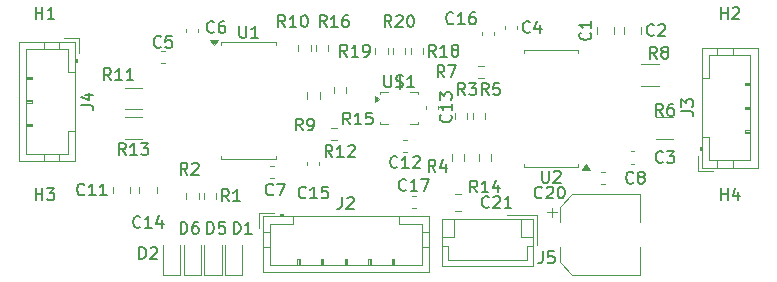
<source format=gbr>
%TF.GenerationSoftware,KiCad,Pcbnew,9.0.7*%
%TF.CreationDate,2026-01-26T16:36:39+01:00*%
%TF.ProjectId,Robot,526f626f-742e-46b6-9963-61645f706362,rev?*%
%TF.SameCoordinates,Original*%
%TF.FileFunction,Legend,Top*%
%TF.FilePolarity,Positive*%
%FSLAX46Y46*%
G04 Gerber Fmt 4.6, Leading zero omitted, Abs format (unit mm)*
G04 Created by KiCad (PCBNEW 9.0.7) date 2026-01-26 16:36:39*
%MOMM*%
%LPD*%
G01*
G04 APERTURE LIST*
%ADD10C,0.150000*%
%ADD11C,0.120000*%
G04 APERTURE END LIST*
D10*
X172107142Y-103159580D02*
X172059523Y-103207200D01*
X172059523Y-103207200D02*
X171916666Y-103254819D01*
X171916666Y-103254819D02*
X171821428Y-103254819D01*
X171821428Y-103254819D02*
X171678571Y-103207200D01*
X171678571Y-103207200D02*
X171583333Y-103111961D01*
X171583333Y-103111961D02*
X171535714Y-103016723D01*
X171535714Y-103016723D02*
X171488095Y-102826247D01*
X171488095Y-102826247D02*
X171488095Y-102683390D01*
X171488095Y-102683390D02*
X171535714Y-102492914D01*
X171535714Y-102492914D02*
X171583333Y-102397676D01*
X171583333Y-102397676D02*
X171678571Y-102302438D01*
X171678571Y-102302438D02*
X171821428Y-102254819D01*
X171821428Y-102254819D02*
X171916666Y-102254819D01*
X171916666Y-102254819D02*
X172059523Y-102302438D01*
X172059523Y-102302438D02*
X172107142Y-102350057D01*
X172488095Y-102350057D02*
X172535714Y-102302438D01*
X172535714Y-102302438D02*
X172630952Y-102254819D01*
X172630952Y-102254819D02*
X172869047Y-102254819D01*
X172869047Y-102254819D02*
X172964285Y-102302438D01*
X172964285Y-102302438D02*
X173011904Y-102350057D01*
X173011904Y-102350057D02*
X173059523Y-102445295D01*
X173059523Y-102445295D02*
X173059523Y-102540533D01*
X173059523Y-102540533D02*
X173011904Y-102683390D01*
X173011904Y-102683390D02*
X172440476Y-103254819D01*
X172440476Y-103254819D02*
X173059523Y-103254819D01*
X174011904Y-103254819D02*
X173440476Y-103254819D01*
X173726190Y-103254819D02*
X173726190Y-102254819D01*
X173726190Y-102254819D02*
X173630952Y-102397676D01*
X173630952Y-102397676D02*
X173535714Y-102492914D01*
X173535714Y-102492914D02*
X173440476Y-102540533D01*
X137604819Y-94583333D02*
X138319104Y-94583333D01*
X138319104Y-94583333D02*
X138461961Y-94630952D01*
X138461961Y-94630952D02*
X138557200Y-94726190D01*
X138557200Y-94726190D02*
X138604819Y-94869047D01*
X138604819Y-94869047D02*
X138604819Y-94964285D01*
X137938152Y-93678571D02*
X138604819Y-93678571D01*
X137557200Y-93916666D02*
X138271485Y-94154761D01*
X138271485Y-94154761D02*
X138271485Y-93535714D01*
X158857142Y-98954819D02*
X158523809Y-98478628D01*
X158285714Y-98954819D02*
X158285714Y-97954819D01*
X158285714Y-97954819D02*
X158666666Y-97954819D01*
X158666666Y-97954819D02*
X158761904Y-98002438D01*
X158761904Y-98002438D02*
X158809523Y-98050057D01*
X158809523Y-98050057D02*
X158857142Y-98145295D01*
X158857142Y-98145295D02*
X158857142Y-98288152D01*
X158857142Y-98288152D02*
X158809523Y-98383390D01*
X158809523Y-98383390D02*
X158761904Y-98431009D01*
X158761904Y-98431009D02*
X158666666Y-98478628D01*
X158666666Y-98478628D02*
X158285714Y-98478628D01*
X159809523Y-98954819D02*
X159238095Y-98954819D01*
X159523809Y-98954819D02*
X159523809Y-97954819D01*
X159523809Y-97954819D02*
X159428571Y-98097676D01*
X159428571Y-98097676D02*
X159333333Y-98192914D01*
X159333333Y-98192914D02*
X159238095Y-98240533D01*
X160190476Y-98050057D02*
X160238095Y-98002438D01*
X160238095Y-98002438D02*
X160333333Y-97954819D01*
X160333333Y-97954819D02*
X160571428Y-97954819D01*
X160571428Y-97954819D02*
X160666666Y-98002438D01*
X160666666Y-98002438D02*
X160714285Y-98050057D01*
X160714285Y-98050057D02*
X160761904Y-98145295D01*
X160761904Y-98145295D02*
X160761904Y-98240533D01*
X160761904Y-98240533D02*
X160714285Y-98383390D01*
X160714285Y-98383390D02*
X160142857Y-98954819D01*
X160142857Y-98954819D02*
X160761904Y-98954819D01*
X170083333Y-93704819D02*
X169750000Y-93228628D01*
X169511905Y-93704819D02*
X169511905Y-92704819D01*
X169511905Y-92704819D02*
X169892857Y-92704819D01*
X169892857Y-92704819D02*
X169988095Y-92752438D01*
X169988095Y-92752438D02*
X170035714Y-92800057D01*
X170035714Y-92800057D02*
X170083333Y-92895295D01*
X170083333Y-92895295D02*
X170083333Y-93038152D01*
X170083333Y-93038152D02*
X170035714Y-93133390D01*
X170035714Y-93133390D02*
X169988095Y-93181009D01*
X169988095Y-93181009D02*
X169892857Y-93228628D01*
X169892857Y-93228628D02*
X169511905Y-93228628D01*
X170416667Y-92704819D02*
X171035714Y-92704819D01*
X171035714Y-92704819D02*
X170702381Y-93085771D01*
X170702381Y-93085771D02*
X170845238Y-93085771D01*
X170845238Y-93085771D02*
X170940476Y-93133390D01*
X170940476Y-93133390D02*
X170988095Y-93181009D01*
X170988095Y-93181009D02*
X171035714Y-93276247D01*
X171035714Y-93276247D02*
X171035714Y-93514342D01*
X171035714Y-93514342D02*
X170988095Y-93609580D01*
X170988095Y-93609580D02*
X170940476Y-93657200D01*
X170940476Y-93657200D02*
X170845238Y-93704819D01*
X170845238Y-93704819D02*
X170559524Y-93704819D01*
X170559524Y-93704819D02*
X170464286Y-93657200D01*
X170464286Y-93657200D02*
X170416667Y-93609580D01*
X186083333Y-88609580D02*
X186035714Y-88657200D01*
X186035714Y-88657200D02*
X185892857Y-88704819D01*
X185892857Y-88704819D02*
X185797619Y-88704819D01*
X185797619Y-88704819D02*
X185654762Y-88657200D01*
X185654762Y-88657200D02*
X185559524Y-88561961D01*
X185559524Y-88561961D02*
X185511905Y-88466723D01*
X185511905Y-88466723D02*
X185464286Y-88276247D01*
X185464286Y-88276247D02*
X185464286Y-88133390D01*
X185464286Y-88133390D02*
X185511905Y-87942914D01*
X185511905Y-87942914D02*
X185559524Y-87847676D01*
X185559524Y-87847676D02*
X185654762Y-87752438D01*
X185654762Y-87752438D02*
X185797619Y-87704819D01*
X185797619Y-87704819D02*
X185892857Y-87704819D01*
X185892857Y-87704819D02*
X186035714Y-87752438D01*
X186035714Y-87752438D02*
X186083333Y-87800057D01*
X186464286Y-87800057D02*
X186511905Y-87752438D01*
X186511905Y-87752438D02*
X186607143Y-87704819D01*
X186607143Y-87704819D02*
X186845238Y-87704819D01*
X186845238Y-87704819D02*
X186940476Y-87752438D01*
X186940476Y-87752438D02*
X186988095Y-87800057D01*
X186988095Y-87800057D02*
X187035714Y-87895295D01*
X187035714Y-87895295D02*
X187035714Y-87990533D01*
X187035714Y-87990533D02*
X186988095Y-88133390D01*
X186988095Y-88133390D02*
X186416667Y-88704819D01*
X186416667Y-88704819D02*
X187035714Y-88704819D01*
X156607142Y-102359580D02*
X156559523Y-102407200D01*
X156559523Y-102407200D02*
X156416666Y-102454819D01*
X156416666Y-102454819D02*
X156321428Y-102454819D01*
X156321428Y-102454819D02*
X156178571Y-102407200D01*
X156178571Y-102407200D02*
X156083333Y-102311961D01*
X156083333Y-102311961D02*
X156035714Y-102216723D01*
X156035714Y-102216723D02*
X155988095Y-102026247D01*
X155988095Y-102026247D02*
X155988095Y-101883390D01*
X155988095Y-101883390D02*
X156035714Y-101692914D01*
X156035714Y-101692914D02*
X156083333Y-101597676D01*
X156083333Y-101597676D02*
X156178571Y-101502438D01*
X156178571Y-101502438D02*
X156321428Y-101454819D01*
X156321428Y-101454819D02*
X156416666Y-101454819D01*
X156416666Y-101454819D02*
X156559523Y-101502438D01*
X156559523Y-101502438D02*
X156607142Y-101550057D01*
X157559523Y-102454819D02*
X156988095Y-102454819D01*
X157273809Y-102454819D02*
X157273809Y-101454819D01*
X157273809Y-101454819D02*
X157178571Y-101597676D01*
X157178571Y-101597676D02*
X157083333Y-101692914D01*
X157083333Y-101692914D02*
X156988095Y-101740533D01*
X158464285Y-101454819D02*
X157988095Y-101454819D01*
X157988095Y-101454819D02*
X157940476Y-101931009D01*
X157940476Y-101931009D02*
X157988095Y-101883390D01*
X157988095Y-101883390D02*
X158083333Y-101835771D01*
X158083333Y-101835771D02*
X158321428Y-101835771D01*
X158321428Y-101835771D02*
X158416666Y-101883390D01*
X158416666Y-101883390D02*
X158464285Y-101931009D01*
X158464285Y-101931009D02*
X158511904Y-102026247D01*
X158511904Y-102026247D02*
X158511904Y-102264342D01*
X158511904Y-102264342D02*
X158464285Y-102359580D01*
X158464285Y-102359580D02*
X158416666Y-102407200D01*
X158416666Y-102407200D02*
X158321428Y-102454819D01*
X158321428Y-102454819D02*
X158083333Y-102454819D01*
X158083333Y-102454819D02*
X157988095Y-102407200D01*
X157988095Y-102407200D02*
X157940476Y-102359580D01*
X164357142Y-99789580D02*
X164309523Y-99837200D01*
X164309523Y-99837200D02*
X164166666Y-99884819D01*
X164166666Y-99884819D02*
X164071428Y-99884819D01*
X164071428Y-99884819D02*
X163928571Y-99837200D01*
X163928571Y-99837200D02*
X163833333Y-99741961D01*
X163833333Y-99741961D02*
X163785714Y-99646723D01*
X163785714Y-99646723D02*
X163738095Y-99456247D01*
X163738095Y-99456247D02*
X163738095Y-99313390D01*
X163738095Y-99313390D02*
X163785714Y-99122914D01*
X163785714Y-99122914D02*
X163833333Y-99027676D01*
X163833333Y-99027676D02*
X163928571Y-98932438D01*
X163928571Y-98932438D02*
X164071428Y-98884819D01*
X164071428Y-98884819D02*
X164166666Y-98884819D01*
X164166666Y-98884819D02*
X164309523Y-98932438D01*
X164309523Y-98932438D02*
X164357142Y-98980057D01*
X165309523Y-99884819D02*
X164738095Y-99884819D01*
X165023809Y-99884819D02*
X165023809Y-98884819D01*
X165023809Y-98884819D02*
X164928571Y-99027676D01*
X164928571Y-99027676D02*
X164833333Y-99122914D01*
X164833333Y-99122914D02*
X164738095Y-99170533D01*
X165690476Y-98980057D02*
X165738095Y-98932438D01*
X165738095Y-98932438D02*
X165833333Y-98884819D01*
X165833333Y-98884819D02*
X166071428Y-98884819D01*
X166071428Y-98884819D02*
X166166666Y-98932438D01*
X166166666Y-98932438D02*
X166214285Y-98980057D01*
X166214285Y-98980057D02*
X166261904Y-99075295D01*
X166261904Y-99075295D02*
X166261904Y-99170533D01*
X166261904Y-99170533D02*
X166214285Y-99313390D01*
X166214285Y-99313390D02*
X165642857Y-99884819D01*
X165642857Y-99884819D02*
X166261904Y-99884819D01*
X167583333Y-100204819D02*
X167250000Y-99728628D01*
X167011905Y-100204819D02*
X167011905Y-99204819D01*
X167011905Y-99204819D02*
X167392857Y-99204819D01*
X167392857Y-99204819D02*
X167488095Y-99252438D01*
X167488095Y-99252438D02*
X167535714Y-99300057D01*
X167535714Y-99300057D02*
X167583333Y-99395295D01*
X167583333Y-99395295D02*
X167583333Y-99538152D01*
X167583333Y-99538152D02*
X167535714Y-99633390D01*
X167535714Y-99633390D02*
X167488095Y-99681009D01*
X167488095Y-99681009D02*
X167392857Y-99728628D01*
X167392857Y-99728628D02*
X167011905Y-99728628D01*
X168440476Y-99538152D02*
X168440476Y-100204819D01*
X168202381Y-99157200D02*
X167964286Y-99871485D01*
X167964286Y-99871485D02*
X168583333Y-99871485D01*
X150988095Y-87854819D02*
X150988095Y-88664342D01*
X150988095Y-88664342D02*
X151035714Y-88759580D01*
X151035714Y-88759580D02*
X151083333Y-88807200D01*
X151083333Y-88807200D02*
X151178571Y-88854819D01*
X151178571Y-88854819D02*
X151369047Y-88854819D01*
X151369047Y-88854819D02*
X151464285Y-88807200D01*
X151464285Y-88807200D02*
X151511904Y-88759580D01*
X151511904Y-88759580D02*
X151559523Y-88664342D01*
X151559523Y-88664342D02*
X151559523Y-87854819D01*
X152559523Y-88854819D02*
X151988095Y-88854819D01*
X152273809Y-88854819D02*
X152273809Y-87854819D01*
X152273809Y-87854819D02*
X152178571Y-87997676D01*
X152178571Y-87997676D02*
X152083333Y-88092914D01*
X152083333Y-88092914D02*
X151988095Y-88140533D01*
X158357142Y-87954819D02*
X158023809Y-87478628D01*
X157785714Y-87954819D02*
X157785714Y-86954819D01*
X157785714Y-86954819D02*
X158166666Y-86954819D01*
X158166666Y-86954819D02*
X158261904Y-87002438D01*
X158261904Y-87002438D02*
X158309523Y-87050057D01*
X158309523Y-87050057D02*
X158357142Y-87145295D01*
X158357142Y-87145295D02*
X158357142Y-87288152D01*
X158357142Y-87288152D02*
X158309523Y-87383390D01*
X158309523Y-87383390D02*
X158261904Y-87431009D01*
X158261904Y-87431009D02*
X158166666Y-87478628D01*
X158166666Y-87478628D02*
X157785714Y-87478628D01*
X159309523Y-87954819D02*
X158738095Y-87954819D01*
X159023809Y-87954819D02*
X159023809Y-86954819D01*
X159023809Y-86954819D02*
X158928571Y-87097676D01*
X158928571Y-87097676D02*
X158833333Y-87192914D01*
X158833333Y-87192914D02*
X158738095Y-87240533D01*
X160166666Y-86954819D02*
X159976190Y-86954819D01*
X159976190Y-86954819D02*
X159880952Y-87002438D01*
X159880952Y-87002438D02*
X159833333Y-87050057D01*
X159833333Y-87050057D02*
X159738095Y-87192914D01*
X159738095Y-87192914D02*
X159690476Y-87383390D01*
X159690476Y-87383390D02*
X159690476Y-87764342D01*
X159690476Y-87764342D02*
X159738095Y-87859580D01*
X159738095Y-87859580D02*
X159785714Y-87907200D01*
X159785714Y-87907200D02*
X159880952Y-87954819D01*
X159880952Y-87954819D02*
X160071428Y-87954819D01*
X160071428Y-87954819D02*
X160166666Y-87907200D01*
X160166666Y-87907200D02*
X160214285Y-87859580D01*
X160214285Y-87859580D02*
X160261904Y-87764342D01*
X160261904Y-87764342D02*
X160261904Y-87526247D01*
X160261904Y-87526247D02*
X160214285Y-87431009D01*
X160214285Y-87431009D02*
X160166666Y-87383390D01*
X160166666Y-87383390D02*
X160071428Y-87335771D01*
X160071428Y-87335771D02*
X159880952Y-87335771D01*
X159880952Y-87335771D02*
X159785714Y-87383390D01*
X159785714Y-87383390D02*
X159738095Y-87431009D01*
X159738095Y-87431009D02*
X159690476Y-87526247D01*
X186833333Y-99359580D02*
X186785714Y-99407200D01*
X186785714Y-99407200D02*
X186642857Y-99454819D01*
X186642857Y-99454819D02*
X186547619Y-99454819D01*
X186547619Y-99454819D02*
X186404762Y-99407200D01*
X186404762Y-99407200D02*
X186309524Y-99311961D01*
X186309524Y-99311961D02*
X186261905Y-99216723D01*
X186261905Y-99216723D02*
X186214286Y-99026247D01*
X186214286Y-99026247D02*
X186214286Y-98883390D01*
X186214286Y-98883390D02*
X186261905Y-98692914D01*
X186261905Y-98692914D02*
X186309524Y-98597676D01*
X186309524Y-98597676D02*
X186404762Y-98502438D01*
X186404762Y-98502438D02*
X186547619Y-98454819D01*
X186547619Y-98454819D02*
X186642857Y-98454819D01*
X186642857Y-98454819D02*
X186785714Y-98502438D01*
X186785714Y-98502438D02*
X186833333Y-98550057D01*
X187166667Y-98454819D02*
X187785714Y-98454819D01*
X187785714Y-98454819D02*
X187452381Y-98835771D01*
X187452381Y-98835771D02*
X187595238Y-98835771D01*
X187595238Y-98835771D02*
X187690476Y-98883390D01*
X187690476Y-98883390D02*
X187738095Y-98931009D01*
X187738095Y-98931009D02*
X187785714Y-99026247D01*
X187785714Y-99026247D02*
X187785714Y-99264342D01*
X187785714Y-99264342D02*
X187738095Y-99359580D01*
X187738095Y-99359580D02*
X187690476Y-99407200D01*
X187690476Y-99407200D02*
X187595238Y-99454819D01*
X187595238Y-99454819D02*
X187309524Y-99454819D01*
X187309524Y-99454819D02*
X187214286Y-99407200D01*
X187214286Y-99407200D02*
X187166667Y-99359580D01*
X191738095Y-102604819D02*
X191738095Y-101604819D01*
X191738095Y-102081009D02*
X192309523Y-102081009D01*
X192309523Y-102604819D02*
X192309523Y-101604819D01*
X193214285Y-101938152D02*
X193214285Y-102604819D01*
X192976190Y-101557200D02*
X192738095Y-102271485D01*
X192738095Y-102271485D02*
X193357142Y-102271485D01*
X141357142Y-98784819D02*
X141023809Y-98308628D01*
X140785714Y-98784819D02*
X140785714Y-97784819D01*
X140785714Y-97784819D02*
X141166666Y-97784819D01*
X141166666Y-97784819D02*
X141261904Y-97832438D01*
X141261904Y-97832438D02*
X141309523Y-97880057D01*
X141309523Y-97880057D02*
X141357142Y-97975295D01*
X141357142Y-97975295D02*
X141357142Y-98118152D01*
X141357142Y-98118152D02*
X141309523Y-98213390D01*
X141309523Y-98213390D02*
X141261904Y-98261009D01*
X141261904Y-98261009D02*
X141166666Y-98308628D01*
X141166666Y-98308628D02*
X140785714Y-98308628D01*
X142309523Y-98784819D02*
X141738095Y-98784819D01*
X142023809Y-98784819D02*
X142023809Y-97784819D01*
X142023809Y-97784819D02*
X141928571Y-97927676D01*
X141928571Y-97927676D02*
X141833333Y-98022914D01*
X141833333Y-98022914D02*
X141738095Y-98070533D01*
X142642857Y-97784819D02*
X143261904Y-97784819D01*
X143261904Y-97784819D02*
X142928571Y-98165771D01*
X142928571Y-98165771D02*
X143071428Y-98165771D01*
X143071428Y-98165771D02*
X143166666Y-98213390D01*
X143166666Y-98213390D02*
X143214285Y-98261009D01*
X143214285Y-98261009D02*
X143261904Y-98356247D01*
X143261904Y-98356247D02*
X143261904Y-98594342D01*
X143261904Y-98594342D02*
X143214285Y-98689580D01*
X143214285Y-98689580D02*
X143166666Y-98737200D01*
X143166666Y-98737200D02*
X143071428Y-98784819D01*
X143071428Y-98784819D02*
X142785714Y-98784819D01*
X142785714Y-98784819D02*
X142690476Y-98737200D01*
X142690476Y-98737200D02*
X142642857Y-98689580D01*
X137857142Y-102109580D02*
X137809523Y-102157200D01*
X137809523Y-102157200D02*
X137666666Y-102204819D01*
X137666666Y-102204819D02*
X137571428Y-102204819D01*
X137571428Y-102204819D02*
X137428571Y-102157200D01*
X137428571Y-102157200D02*
X137333333Y-102061961D01*
X137333333Y-102061961D02*
X137285714Y-101966723D01*
X137285714Y-101966723D02*
X137238095Y-101776247D01*
X137238095Y-101776247D02*
X137238095Y-101633390D01*
X137238095Y-101633390D02*
X137285714Y-101442914D01*
X137285714Y-101442914D02*
X137333333Y-101347676D01*
X137333333Y-101347676D02*
X137428571Y-101252438D01*
X137428571Y-101252438D02*
X137571428Y-101204819D01*
X137571428Y-101204819D02*
X137666666Y-101204819D01*
X137666666Y-101204819D02*
X137809523Y-101252438D01*
X137809523Y-101252438D02*
X137857142Y-101300057D01*
X138809523Y-102204819D02*
X138238095Y-102204819D01*
X138523809Y-102204819D02*
X138523809Y-101204819D01*
X138523809Y-101204819D02*
X138428571Y-101347676D01*
X138428571Y-101347676D02*
X138333333Y-101442914D01*
X138333333Y-101442914D02*
X138238095Y-101490533D01*
X139761904Y-102204819D02*
X139190476Y-102204819D01*
X139476190Y-102204819D02*
X139476190Y-101204819D01*
X139476190Y-101204819D02*
X139380952Y-101347676D01*
X139380952Y-101347676D02*
X139285714Y-101442914D01*
X139285714Y-101442914D02*
X139190476Y-101490533D01*
X160357142Y-96204819D02*
X160023809Y-95728628D01*
X159785714Y-96204819D02*
X159785714Y-95204819D01*
X159785714Y-95204819D02*
X160166666Y-95204819D01*
X160166666Y-95204819D02*
X160261904Y-95252438D01*
X160261904Y-95252438D02*
X160309523Y-95300057D01*
X160309523Y-95300057D02*
X160357142Y-95395295D01*
X160357142Y-95395295D02*
X160357142Y-95538152D01*
X160357142Y-95538152D02*
X160309523Y-95633390D01*
X160309523Y-95633390D02*
X160261904Y-95681009D01*
X160261904Y-95681009D02*
X160166666Y-95728628D01*
X160166666Y-95728628D02*
X159785714Y-95728628D01*
X161309523Y-96204819D02*
X160738095Y-96204819D01*
X161023809Y-96204819D02*
X161023809Y-95204819D01*
X161023809Y-95204819D02*
X160928571Y-95347676D01*
X160928571Y-95347676D02*
X160833333Y-95442914D01*
X160833333Y-95442914D02*
X160738095Y-95490533D01*
X162214285Y-95204819D02*
X161738095Y-95204819D01*
X161738095Y-95204819D02*
X161690476Y-95681009D01*
X161690476Y-95681009D02*
X161738095Y-95633390D01*
X161738095Y-95633390D02*
X161833333Y-95585771D01*
X161833333Y-95585771D02*
X162071428Y-95585771D01*
X162071428Y-95585771D02*
X162166666Y-95633390D01*
X162166666Y-95633390D02*
X162214285Y-95681009D01*
X162214285Y-95681009D02*
X162261904Y-95776247D01*
X162261904Y-95776247D02*
X162261904Y-96014342D01*
X162261904Y-96014342D02*
X162214285Y-96109580D01*
X162214285Y-96109580D02*
X162166666Y-96157200D01*
X162166666Y-96157200D02*
X162071428Y-96204819D01*
X162071428Y-96204819D02*
X161833333Y-96204819D01*
X161833333Y-96204819D02*
X161738095Y-96157200D01*
X161738095Y-96157200D02*
X161690476Y-96109580D01*
X142511905Y-107579819D02*
X142511905Y-106579819D01*
X142511905Y-106579819D02*
X142750000Y-106579819D01*
X142750000Y-106579819D02*
X142892857Y-106627438D01*
X142892857Y-106627438D02*
X142988095Y-106722676D01*
X142988095Y-106722676D02*
X143035714Y-106817914D01*
X143035714Y-106817914D02*
X143083333Y-107008390D01*
X143083333Y-107008390D02*
X143083333Y-107151247D01*
X143083333Y-107151247D02*
X143035714Y-107341723D01*
X143035714Y-107341723D02*
X142988095Y-107436961D01*
X142988095Y-107436961D02*
X142892857Y-107532200D01*
X142892857Y-107532200D02*
X142750000Y-107579819D01*
X142750000Y-107579819D02*
X142511905Y-107579819D01*
X143464286Y-106675057D02*
X143511905Y-106627438D01*
X143511905Y-106627438D02*
X143607143Y-106579819D01*
X143607143Y-106579819D02*
X143845238Y-106579819D01*
X143845238Y-106579819D02*
X143940476Y-106627438D01*
X143940476Y-106627438D02*
X143988095Y-106675057D01*
X143988095Y-106675057D02*
X144035714Y-106770295D01*
X144035714Y-106770295D02*
X144035714Y-106865533D01*
X144035714Y-106865533D02*
X143988095Y-107008390D01*
X143988095Y-107008390D02*
X143416667Y-107579819D01*
X143416667Y-107579819D02*
X144035714Y-107579819D01*
X148261905Y-105454819D02*
X148261905Y-104454819D01*
X148261905Y-104454819D02*
X148500000Y-104454819D01*
X148500000Y-104454819D02*
X148642857Y-104502438D01*
X148642857Y-104502438D02*
X148738095Y-104597676D01*
X148738095Y-104597676D02*
X148785714Y-104692914D01*
X148785714Y-104692914D02*
X148833333Y-104883390D01*
X148833333Y-104883390D02*
X148833333Y-105026247D01*
X148833333Y-105026247D02*
X148785714Y-105216723D01*
X148785714Y-105216723D02*
X148738095Y-105311961D01*
X148738095Y-105311961D02*
X148642857Y-105407200D01*
X148642857Y-105407200D02*
X148500000Y-105454819D01*
X148500000Y-105454819D02*
X148261905Y-105454819D01*
X149738095Y-104454819D02*
X149261905Y-104454819D01*
X149261905Y-104454819D02*
X149214286Y-104931009D01*
X149214286Y-104931009D02*
X149261905Y-104883390D01*
X149261905Y-104883390D02*
X149357143Y-104835771D01*
X149357143Y-104835771D02*
X149595238Y-104835771D01*
X149595238Y-104835771D02*
X149690476Y-104883390D01*
X149690476Y-104883390D02*
X149738095Y-104931009D01*
X149738095Y-104931009D02*
X149785714Y-105026247D01*
X149785714Y-105026247D02*
X149785714Y-105264342D01*
X149785714Y-105264342D02*
X149738095Y-105359580D01*
X149738095Y-105359580D02*
X149690476Y-105407200D01*
X149690476Y-105407200D02*
X149595238Y-105454819D01*
X149595238Y-105454819D02*
X149357143Y-105454819D01*
X149357143Y-105454819D02*
X149261905Y-105407200D01*
X149261905Y-105407200D02*
X149214286Y-105359580D01*
X169107142Y-87609580D02*
X169059523Y-87657200D01*
X169059523Y-87657200D02*
X168916666Y-87704819D01*
X168916666Y-87704819D02*
X168821428Y-87704819D01*
X168821428Y-87704819D02*
X168678571Y-87657200D01*
X168678571Y-87657200D02*
X168583333Y-87561961D01*
X168583333Y-87561961D02*
X168535714Y-87466723D01*
X168535714Y-87466723D02*
X168488095Y-87276247D01*
X168488095Y-87276247D02*
X168488095Y-87133390D01*
X168488095Y-87133390D02*
X168535714Y-86942914D01*
X168535714Y-86942914D02*
X168583333Y-86847676D01*
X168583333Y-86847676D02*
X168678571Y-86752438D01*
X168678571Y-86752438D02*
X168821428Y-86704819D01*
X168821428Y-86704819D02*
X168916666Y-86704819D01*
X168916666Y-86704819D02*
X169059523Y-86752438D01*
X169059523Y-86752438D02*
X169107142Y-86800057D01*
X170059523Y-87704819D02*
X169488095Y-87704819D01*
X169773809Y-87704819D02*
X169773809Y-86704819D01*
X169773809Y-86704819D02*
X169678571Y-86847676D01*
X169678571Y-86847676D02*
X169583333Y-86942914D01*
X169583333Y-86942914D02*
X169488095Y-86990533D01*
X170916666Y-86704819D02*
X170726190Y-86704819D01*
X170726190Y-86704819D02*
X170630952Y-86752438D01*
X170630952Y-86752438D02*
X170583333Y-86800057D01*
X170583333Y-86800057D02*
X170488095Y-86942914D01*
X170488095Y-86942914D02*
X170440476Y-87133390D01*
X170440476Y-87133390D02*
X170440476Y-87514342D01*
X170440476Y-87514342D02*
X170488095Y-87609580D01*
X170488095Y-87609580D02*
X170535714Y-87657200D01*
X170535714Y-87657200D02*
X170630952Y-87704819D01*
X170630952Y-87704819D02*
X170821428Y-87704819D01*
X170821428Y-87704819D02*
X170916666Y-87657200D01*
X170916666Y-87657200D02*
X170964285Y-87609580D01*
X170964285Y-87609580D02*
X171011904Y-87514342D01*
X171011904Y-87514342D02*
X171011904Y-87276247D01*
X171011904Y-87276247D02*
X170964285Y-87181009D01*
X170964285Y-87181009D02*
X170916666Y-87133390D01*
X170916666Y-87133390D02*
X170821428Y-87085771D01*
X170821428Y-87085771D02*
X170630952Y-87085771D01*
X170630952Y-87085771D02*
X170535714Y-87133390D01*
X170535714Y-87133390D02*
X170488095Y-87181009D01*
X170488095Y-87181009D02*
X170440476Y-87276247D01*
X160107142Y-90454819D02*
X159773809Y-89978628D01*
X159535714Y-90454819D02*
X159535714Y-89454819D01*
X159535714Y-89454819D02*
X159916666Y-89454819D01*
X159916666Y-89454819D02*
X160011904Y-89502438D01*
X160011904Y-89502438D02*
X160059523Y-89550057D01*
X160059523Y-89550057D02*
X160107142Y-89645295D01*
X160107142Y-89645295D02*
X160107142Y-89788152D01*
X160107142Y-89788152D02*
X160059523Y-89883390D01*
X160059523Y-89883390D02*
X160011904Y-89931009D01*
X160011904Y-89931009D02*
X159916666Y-89978628D01*
X159916666Y-89978628D02*
X159535714Y-89978628D01*
X161059523Y-90454819D02*
X160488095Y-90454819D01*
X160773809Y-90454819D02*
X160773809Y-89454819D01*
X160773809Y-89454819D02*
X160678571Y-89597676D01*
X160678571Y-89597676D02*
X160583333Y-89692914D01*
X160583333Y-89692914D02*
X160488095Y-89740533D01*
X161535714Y-90454819D02*
X161726190Y-90454819D01*
X161726190Y-90454819D02*
X161821428Y-90407200D01*
X161821428Y-90407200D02*
X161869047Y-90359580D01*
X161869047Y-90359580D02*
X161964285Y-90216723D01*
X161964285Y-90216723D02*
X162011904Y-90026247D01*
X162011904Y-90026247D02*
X162011904Y-89645295D01*
X162011904Y-89645295D02*
X161964285Y-89550057D01*
X161964285Y-89550057D02*
X161916666Y-89502438D01*
X161916666Y-89502438D02*
X161821428Y-89454819D01*
X161821428Y-89454819D02*
X161630952Y-89454819D01*
X161630952Y-89454819D02*
X161535714Y-89502438D01*
X161535714Y-89502438D02*
X161488095Y-89550057D01*
X161488095Y-89550057D02*
X161440476Y-89645295D01*
X161440476Y-89645295D02*
X161440476Y-89883390D01*
X161440476Y-89883390D02*
X161488095Y-89978628D01*
X161488095Y-89978628D02*
X161535714Y-90026247D01*
X161535714Y-90026247D02*
X161630952Y-90073866D01*
X161630952Y-90073866D02*
X161821428Y-90073866D01*
X161821428Y-90073866D02*
X161916666Y-90026247D01*
X161916666Y-90026247D02*
X161964285Y-89978628D01*
X161964285Y-89978628D02*
X162011904Y-89883390D01*
X148833333Y-88359580D02*
X148785714Y-88407200D01*
X148785714Y-88407200D02*
X148642857Y-88454819D01*
X148642857Y-88454819D02*
X148547619Y-88454819D01*
X148547619Y-88454819D02*
X148404762Y-88407200D01*
X148404762Y-88407200D02*
X148309524Y-88311961D01*
X148309524Y-88311961D02*
X148261905Y-88216723D01*
X148261905Y-88216723D02*
X148214286Y-88026247D01*
X148214286Y-88026247D02*
X148214286Y-87883390D01*
X148214286Y-87883390D02*
X148261905Y-87692914D01*
X148261905Y-87692914D02*
X148309524Y-87597676D01*
X148309524Y-87597676D02*
X148404762Y-87502438D01*
X148404762Y-87502438D02*
X148547619Y-87454819D01*
X148547619Y-87454819D02*
X148642857Y-87454819D01*
X148642857Y-87454819D02*
X148785714Y-87502438D01*
X148785714Y-87502438D02*
X148833333Y-87550057D01*
X149690476Y-87454819D02*
X149500000Y-87454819D01*
X149500000Y-87454819D02*
X149404762Y-87502438D01*
X149404762Y-87502438D02*
X149357143Y-87550057D01*
X149357143Y-87550057D02*
X149261905Y-87692914D01*
X149261905Y-87692914D02*
X149214286Y-87883390D01*
X149214286Y-87883390D02*
X149214286Y-88264342D01*
X149214286Y-88264342D02*
X149261905Y-88359580D01*
X149261905Y-88359580D02*
X149309524Y-88407200D01*
X149309524Y-88407200D02*
X149404762Y-88454819D01*
X149404762Y-88454819D02*
X149595238Y-88454819D01*
X149595238Y-88454819D02*
X149690476Y-88407200D01*
X149690476Y-88407200D02*
X149738095Y-88359580D01*
X149738095Y-88359580D02*
X149785714Y-88264342D01*
X149785714Y-88264342D02*
X149785714Y-88026247D01*
X149785714Y-88026247D02*
X149738095Y-87931009D01*
X149738095Y-87931009D02*
X149690476Y-87883390D01*
X149690476Y-87883390D02*
X149595238Y-87835771D01*
X149595238Y-87835771D02*
X149404762Y-87835771D01*
X149404762Y-87835771D02*
X149309524Y-87883390D01*
X149309524Y-87883390D02*
X149261905Y-87931009D01*
X149261905Y-87931009D02*
X149214286Y-88026247D01*
X156333333Y-96704819D02*
X156000000Y-96228628D01*
X155761905Y-96704819D02*
X155761905Y-95704819D01*
X155761905Y-95704819D02*
X156142857Y-95704819D01*
X156142857Y-95704819D02*
X156238095Y-95752438D01*
X156238095Y-95752438D02*
X156285714Y-95800057D01*
X156285714Y-95800057D02*
X156333333Y-95895295D01*
X156333333Y-95895295D02*
X156333333Y-96038152D01*
X156333333Y-96038152D02*
X156285714Y-96133390D01*
X156285714Y-96133390D02*
X156238095Y-96181009D01*
X156238095Y-96181009D02*
X156142857Y-96228628D01*
X156142857Y-96228628D02*
X155761905Y-96228628D01*
X156809524Y-96704819D02*
X157000000Y-96704819D01*
X157000000Y-96704819D02*
X157095238Y-96657200D01*
X157095238Y-96657200D02*
X157142857Y-96609580D01*
X157142857Y-96609580D02*
X157238095Y-96466723D01*
X157238095Y-96466723D02*
X157285714Y-96276247D01*
X157285714Y-96276247D02*
X157285714Y-95895295D01*
X157285714Y-95895295D02*
X157238095Y-95800057D01*
X157238095Y-95800057D02*
X157190476Y-95752438D01*
X157190476Y-95752438D02*
X157095238Y-95704819D01*
X157095238Y-95704819D02*
X156904762Y-95704819D01*
X156904762Y-95704819D02*
X156809524Y-95752438D01*
X156809524Y-95752438D02*
X156761905Y-95800057D01*
X156761905Y-95800057D02*
X156714286Y-95895295D01*
X156714286Y-95895295D02*
X156714286Y-96133390D01*
X156714286Y-96133390D02*
X156761905Y-96228628D01*
X156761905Y-96228628D02*
X156809524Y-96276247D01*
X156809524Y-96276247D02*
X156904762Y-96323866D01*
X156904762Y-96323866D02*
X157095238Y-96323866D01*
X157095238Y-96323866D02*
X157190476Y-96276247D01*
X157190476Y-96276247D02*
X157238095Y-96228628D01*
X157238095Y-96228628D02*
X157285714Y-96133390D01*
X144333333Y-89609580D02*
X144285714Y-89657200D01*
X144285714Y-89657200D02*
X144142857Y-89704819D01*
X144142857Y-89704819D02*
X144047619Y-89704819D01*
X144047619Y-89704819D02*
X143904762Y-89657200D01*
X143904762Y-89657200D02*
X143809524Y-89561961D01*
X143809524Y-89561961D02*
X143761905Y-89466723D01*
X143761905Y-89466723D02*
X143714286Y-89276247D01*
X143714286Y-89276247D02*
X143714286Y-89133390D01*
X143714286Y-89133390D02*
X143761905Y-88942914D01*
X143761905Y-88942914D02*
X143809524Y-88847676D01*
X143809524Y-88847676D02*
X143904762Y-88752438D01*
X143904762Y-88752438D02*
X144047619Y-88704819D01*
X144047619Y-88704819D02*
X144142857Y-88704819D01*
X144142857Y-88704819D02*
X144285714Y-88752438D01*
X144285714Y-88752438D02*
X144333333Y-88800057D01*
X145238095Y-88704819D02*
X144761905Y-88704819D01*
X144761905Y-88704819D02*
X144714286Y-89181009D01*
X144714286Y-89181009D02*
X144761905Y-89133390D01*
X144761905Y-89133390D02*
X144857143Y-89085771D01*
X144857143Y-89085771D02*
X145095238Y-89085771D01*
X145095238Y-89085771D02*
X145190476Y-89133390D01*
X145190476Y-89133390D02*
X145238095Y-89181009D01*
X145238095Y-89181009D02*
X145285714Y-89276247D01*
X145285714Y-89276247D02*
X145285714Y-89514342D01*
X145285714Y-89514342D02*
X145238095Y-89609580D01*
X145238095Y-89609580D02*
X145190476Y-89657200D01*
X145190476Y-89657200D02*
X145095238Y-89704819D01*
X145095238Y-89704819D02*
X144857143Y-89704819D01*
X144857143Y-89704819D02*
X144761905Y-89657200D01*
X144761905Y-89657200D02*
X144714286Y-89609580D01*
X171107142Y-101954819D02*
X170773809Y-101478628D01*
X170535714Y-101954819D02*
X170535714Y-100954819D01*
X170535714Y-100954819D02*
X170916666Y-100954819D01*
X170916666Y-100954819D02*
X171011904Y-101002438D01*
X171011904Y-101002438D02*
X171059523Y-101050057D01*
X171059523Y-101050057D02*
X171107142Y-101145295D01*
X171107142Y-101145295D02*
X171107142Y-101288152D01*
X171107142Y-101288152D02*
X171059523Y-101383390D01*
X171059523Y-101383390D02*
X171011904Y-101431009D01*
X171011904Y-101431009D02*
X170916666Y-101478628D01*
X170916666Y-101478628D02*
X170535714Y-101478628D01*
X172059523Y-101954819D02*
X171488095Y-101954819D01*
X171773809Y-101954819D02*
X171773809Y-100954819D01*
X171773809Y-100954819D02*
X171678571Y-101097676D01*
X171678571Y-101097676D02*
X171583333Y-101192914D01*
X171583333Y-101192914D02*
X171488095Y-101240533D01*
X172916666Y-101288152D02*
X172916666Y-101954819D01*
X172678571Y-100907200D02*
X172440476Y-101621485D01*
X172440476Y-101621485D02*
X173059523Y-101621485D01*
X154857142Y-87954819D02*
X154523809Y-87478628D01*
X154285714Y-87954819D02*
X154285714Y-86954819D01*
X154285714Y-86954819D02*
X154666666Y-86954819D01*
X154666666Y-86954819D02*
X154761904Y-87002438D01*
X154761904Y-87002438D02*
X154809523Y-87050057D01*
X154809523Y-87050057D02*
X154857142Y-87145295D01*
X154857142Y-87145295D02*
X154857142Y-87288152D01*
X154857142Y-87288152D02*
X154809523Y-87383390D01*
X154809523Y-87383390D02*
X154761904Y-87431009D01*
X154761904Y-87431009D02*
X154666666Y-87478628D01*
X154666666Y-87478628D02*
X154285714Y-87478628D01*
X155809523Y-87954819D02*
X155238095Y-87954819D01*
X155523809Y-87954819D02*
X155523809Y-86954819D01*
X155523809Y-86954819D02*
X155428571Y-87097676D01*
X155428571Y-87097676D02*
X155333333Y-87192914D01*
X155333333Y-87192914D02*
X155238095Y-87240533D01*
X156428571Y-86954819D02*
X156523809Y-86954819D01*
X156523809Y-86954819D02*
X156619047Y-87002438D01*
X156619047Y-87002438D02*
X156666666Y-87050057D01*
X156666666Y-87050057D02*
X156714285Y-87145295D01*
X156714285Y-87145295D02*
X156761904Y-87335771D01*
X156761904Y-87335771D02*
X156761904Y-87573866D01*
X156761904Y-87573866D02*
X156714285Y-87764342D01*
X156714285Y-87764342D02*
X156666666Y-87859580D01*
X156666666Y-87859580D02*
X156619047Y-87907200D01*
X156619047Y-87907200D02*
X156523809Y-87954819D01*
X156523809Y-87954819D02*
X156428571Y-87954819D01*
X156428571Y-87954819D02*
X156333333Y-87907200D01*
X156333333Y-87907200D02*
X156285714Y-87859580D01*
X156285714Y-87859580D02*
X156238095Y-87764342D01*
X156238095Y-87764342D02*
X156190476Y-87573866D01*
X156190476Y-87573866D02*
X156190476Y-87335771D01*
X156190476Y-87335771D02*
X156238095Y-87145295D01*
X156238095Y-87145295D02*
X156285714Y-87050057D01*
X156285714Y-87050057D02*
X156333333Y-87002438D01*
X156333333Y-87002438D02*
X156428571Y-86954819D01*
X142607142Y-104859580D02*
X142559523Y-104907200D01*
X142559523Y-104907200D02*
X142416666Y-104954819D01*
X142416666Y-104954819D02*
X142321428Y-104954819D01*
X142321428Y-104954819D02*
X142178571Y-104907200D01*
X142178571Y-104907200D02*
X142083333Y-104811961D01*
X142083333Y-104811961D02*
X142035714Y-104716723D01*
X142035714Y-104716723D02*
X141988095Y-104526247D01*
X141988095Y-104526247D02*
X141988095Y-104383390D01*
X141988095Y-104383390D02*
X142035714Y-104192914D01*
X142035714Y-104192914D02*
X142083333Y-104097676D01*
X142083333Y-104097676D02*
X142178571Y-104002438D01*
X142178571Y-104002438D02*
X142321428Y-103954819D01*
X142321428Y-103954819D02*
X142416666Y-103954819D01*
X142416666Y-103954819D02*
X142559523Y-104002438D01*
X142559523Y-104002438D02*
X142607142Y-104050057D01*
X143559523Y-104954819D02*
X142988095Y-104954819D01*
X143273809Y-104954819D02*
X143273809Y-103954819D01*
X143273809Y-103954819D02*
X143178571Y-104097676D01*
X143178571Y-104097676D02*
X143083333Y-104192914D01*
X143083333Y-104192914D02*
X142988095Y-104240533D01*
X144416666Y-104288152D02*
X144416666Y-104954819D01*
X144178571Y-103907200D02*
X143940476Y-104621485D01*
X143940476Y-104621485D02*
X144559523Y-104621485D01*
X140107142Y-92454819D02*
X139773809Y-91978628D01*
X139535714Y-92454819D02*
X139535714Y-91454819D01*
X139535714Y-91454819D02*
X139916666Y-91454819D01*
X139916666Y-91454819D02*
X140011904Y-91502438D01*
X140011904Y-91502438D02*
X140059523Y-91550057D01*
X140059523Y-91550057D02*
X140107142Y-91645295D01*
X140107142Y-91645295D02*
X140107142Y-91788152D01*
X140107142Y-91788152D02*
X140059523Y-91883390D01*
X140059523Y-91883390D02*
X140011904Y-91931009D01*
X140011904Y-91931009D02*
X139916666Y-91978628D01*
X139916666Y-91978628D02*
X139535714Y-91978628D01*
X141059523Y-92454819D02*
X140488095Y-92454819D01*
X140773809Y-92454819D02*
X140773809Y-91454819D01*
X140773809Y-91454819D02*
X140678571Y-91597676D01*
X140678571Y-91597676D02*
X140583333Y-91692914D01*
X140583333Y-91692914D02*
X140488095Y-91740533D01*
X142011904Y-92454819D02*
X141440476Y-92454819D01*
X141726190Y-92454819D02*
X141726190Y-91454819D01*
X141726190Y-91454819D02*
X141630952Y-91597676D01*
X141630952Y-91597676D02*
X141535714Y-91692914D01*
X141535714Y-91692914D02*
X141440476Y-91740533D01*
X186833333Y-95454819D02*
X186500000Y-94978628D01*
X186261905Y-95454819D02*
X186261905Y-94454819D01*
X186261905Y-94454819D02*
X186642857Y-94454819D01*
X186642857Y-94454819D02*
X186738095Y-94502438D01*
X186738095Y-94502438D02*
X186785714Y-94550057D01*
X186785714Y-94550057D02*
X186833333Y-94645295D01*
X186833333Y-94645295D02*
X186833333Y-94788152D01*
X186833333Y-94788152D02*
X186785714Y-94883390D01*
X186785714Y-94883390D02*
X186738095Y-94931009D01*
X186738095Y-94931009D02*
X186642857Y-94978628D01*
X186642857Y-94978628D02*
X186261905Y-94978628D01*
X187690476Y-94454819D02*
X187500000Y-94454819D01*
X187500000Y-94454819D02*
X187404762Y-94502438D01*
X187404762Y-94502438D02*
X187357143Y-94550057D01*
X187357143Y-94550057D02*
X187261905Y-94692914D01*
X187261905Y-94692914D02*
X187214286Y-94883390D01*
X187214286Y-94883390D02*
X187214286Y-95264342D01*
X187214286Y-95264342D02*
X187261905Y-95359580D01*
X187261905Y-95359580D02*
X187309524Y-95407200D01*
X187309524Y-95407200D02*
X187404762Y-95454819D01*
X187404762Y-95454819D02*
X187595238Y-95454819D01*
X187595238Y-95454819D02*
X187690476Y-95407200D01*
X187690476Y-95407200D02*
X187738095Y-95359580D01*
X187738095Y-95359580D02*
X187785714Y-95264342D01*
X187785714Y-95264342D02*
X187785714Y-95026247D01*
X187785714Y-95026247D02*
X187738095Y-94931009D01*
X187738095Y-94931009D02*
X187690476Y-94883390D01*
X187690476Y-94883390D02*
X187595238Y-94835771D01*
X187595238Y-94835771D02*
X187404762Y-94835771D01*
X187404762Y-94835771D02*
X187309524Y-94883390D01*
X187309524Y-94883390D02*
X187261905Y-94931009D01*
X187261905Y-94931009D02*
X187214286Y-95026247D01*
X150511905Y-105454819D02*
X150511905Y-104454819D01*
X150511905Y-104454819D02*
X150750000Y-104454819D01*
X150750000Y-104454819D02*
X150892857Y-104502438D01*
X150892857Y-104502438D02*
X150988095Y-104597676D01*
X150988095Y-104597676D02*
X151035714Y-104692914D01*
X151035714Y-104692914D02*
X151083333Y-104883390D01*
X151083333Y-104883390D02*
X151083333Y-105026247D01*
X151083333Y-105026247D02*
X151035714Y-105216723D01*
X151035714Y-105216723D02*
X150988095Y-105311961D01*
X150988095Y-105311961D02*
X150892857Y-105407200D01*
X150892857Y-105407200D02*
X150750000Y-105454819D01*
X150750000Y-105454819D02*
X150511905Y-105454819D01*
X152035714Y-105454819D02*
X151464286Y-105454819D01*
X151750000Y-105454819D02*
X151750000Y-104454819D01*
X151750000Y-104454819D02*
X151654762Y-104597676D01*
X151654762Y-104597676D02*
X151559524Y-104692914D01*
X151559524Y-104692914D02*
X151464286Y-104740533D01*
X176666666Y-106954819D02*
X176666666Y-107669104D01*
X176666666Y-107669104D02*
X176619047Y-107811961D01*
X176619047Y-107811961D02*
X176523809Y-107907200D01*
X176523809Y-107907200D02*
X176380952Y-107954819D01*
X176380952Y-107954819D02*
X176285714Y-107954819D01*
X177619047Y-106954819D02*
X177142857Y-106954819D01*
X177142857Y-106954819D02*
X177095238Y-107431009D01*
X177095238Y-107431009D02*
X177142857Y-107383390D01*
X177142857Y-107383390D02*
X177238095Y-107335771D01*
X177238095Y-107335771D02*
X177476190Y-107335771D01*
X177476190Y-107335771D02*
X177571428Y-107383390D01*
X177571428Y-107383390D02*
X177619047Y-107431009D01*
X177619047Y-107431009D02*
X177666666Y-107526247D01*
X177666666Y-107526247D02*
X177666666Y-107764342D01*
X177666666Y-107764342D02*
X177619047Y-107859580D01*
X177619047Y-107859580D02*
X177571428Y-107907200D01*
X177571428Y-107907200D02*
X177476190Y-107954819D01*
X177476190Y-107954819D02*
X177238095Y-107954819D01*
X177238095Y-107954819D02*
X177142857Y-107907200D01*
X177142857Y-107907200D02*
X177095238Y-107859580D01*
X159666666Y-102354819D02*
X159666666Y-103069104D01*
X159666666Y-103069104D02*
X159619047Y-103211961D01*
X159619047Y-103211961D02*
X159523809Y-103307200D01*
X159523809Y-103307200D02*
X159380952Y-103354819D01*
X159380952Y-103354819D02*
X159285714Y-103354819D01*
X160095238Y-102450057D02*
X160142857Y-102402438D01*
X160142857Y-102402438D02*
X160238095Y-102354819D01*
X160238095Y-102354819D02*
X160476190Y-102354819D01*
X160476190Y-102354819D02*
X160571428Y-102402438D01*
X160571428Y-102402438D02*
X160619047Y-102450057D01*
X160619047Y-102450057D02*
X160666666Y-102545295D01*
X160666666Y-102545295D02*
X160666666Y-102640533D01*
X160666666Y-102640533D02*
X160619047Y-102783390D01*
X160619047Y-102783390D02*
X160047619Y-103354819D01*
X160047619Y-103354819D02*
X160666666Y-103354819D01*
X150083333Y-102704819D02*
X149750000Y-102228628D01*
X149511905Y-102704819D02*
X149511905Y-101704819D01*
X149511905Y-101704819D02*
X149892857Y-101704819D01*
X149892857Y-101704819D02*
X149988095Y-101752438D01*
X149988095Y-101752438D02*
X150035714Y-101800057D01*
X150035714Y-101800057D02*
X150083333Y-101895295D01*
X150083333Y-101895295D02*
X150083333Y-102038152D01*
X150083333Y-102038152D02*
X150035714Y-102133390D01*
X150035714Y-102133390D02*
X149988095Y-102181009D01*
X149988095Y-102181009D02*
X149892857Y-102228628D01*
X149892857Y-102228628D02*
X149511905Y-102228628D01*
X151035714Y-102704819D02*
X150464286Y-102704819D01*
X150750000Y-102704819D02*
X150750000Y-101704819D01*
X150750000Y-101704819D02*
X150654762Y-101847676D01*
X150654762Y-101847676D02*
X150559524Y-101942914D01*
X150559524Y-101942914D02*
X150464286Y-101990533D01*
X168333333Y-92204819D02*
X168000000Y-91728628D01*
X167761905Y-92204819D02*
X167761905Y-91204819D01*
X167761905Y-91204819D02*
X168142857Y-91204819D01*
X168142857Y-91204819D02*
X168238095Y-91252438D01*
X168238095Y-91252438D02*
X168285714Y-91300057D01*
X168285714Y-91300057D02*
X168333333Y-91395295D01*
X168333333Y-91395295D02*
X168333333Y-91538152D01*
X168333333Y-91538152D02*
X168285714Y-91633390D01*
X168285714Y-91633390D02*
X168238095Y-91681009D01*
X168238095Y-91681009D02*
X168142857Y-91728628D01*
X168142857Y-91728628D02*
X167761905Y-91728628D01*
X168666667Y-91204819D02*
X169333333Y-91204819D01*
X169333333Y-91204819D02*
X168904762Y-92204819D01*
X168859580Y-95392857D02*
X168907200Y-95440476D01*
X168907200Y-95440476D02*
X168954819Y-95583333D01*
X168954819Y-95583333D02*
X168954819Y-95678571D01*
X168954819Y-95678571D02*
X168907200Y-95821428D01*
X168907200Y-95821428D02*
X168811961Y-95916666D01*
X168811961Y-95916666D02*
X168716723Y-95964285D01*
X168716723Y-95964285D02*
X168526247Y-96011904D01*
X168526247Y-96011904D02*
X168383390Y-96011904D01*
X168383390Y-96011904D02*
X168192914Y-95964285D01*
X168192914Y-95964285D02*
X168097676Y-95916666D01*
X168097676Y-95916666D02*
X168002438Y-95821428D01*
X168002438Y-95821428D02*
X167954819Y-95678571D01*
X167954819Y-95678571D02*
X167954819Y-95583333D01*
X167954819Y-95583333D02*
X168002438Y-95440476D01*
X168002438Y-95440476D02*
X168050057Y-95392857D01*
X168954819Y-94440476D02*
X168954819Y-95011904D01*
X168954819Y-94726190D02*
X167954819Y-94726190D01*
X167954819Y-94726190D02*
X168097676Y-94821428D01*
X168097676Y-94821428D02*
X168192914Y-94916666D01*
X168192914Y-94916666D02*
X168240533Y-95011904D01*
X167954819Y-94107142D02*
X167954819Y-93488095D01*
X167954819Y-93488095D02*
X168335771Y-93821428D01*
X168335771Y-93821428D02*
X168335771Y-93678571D01*
X168335771Y-93678571D02*
X168383390Y-93583333D01*
X168383390Y-93583333D02*
X168431009Y-93535714D01*
X168431009Y-93535714D02*
X168526247Y-93488095D01*
X168526247Y-93488095D02*
X168764342Y-93488095D01*
X168764342Y-93488095D02*
X168859580Y-93535714D01*
X168859580Y-93535714D02*
X168907200Y-93583333D01*
X168907200Y-93583333D02*
X168954819Y-93678571D01*
X168954819Y-93678571D02*
X168954819Y-93964285D01*
X168954819Y-93964285D02*
X168907200Y-94059523D01*
X168907200Y-94059523D02*
X168859580Y-94107142D01*
X176613095Y-100129819D02*
X176613095Y-100939342D01*
X176613095Y-100939342D02*
X176660714Y-101034580D01*
X176660714Y-101034580D02*
X176708333Y-101082200D01*
X176708333Y-101082200D02*
X176803571Y-101129819D01*
X176803571Y-101129819D02*
X176994047Y-101129819D01*
X176994047Y-101129819D02*
X177089285Y-101082200D01*
X177089285Y-101082200D02*
X177136904Y-101034580D01*
X177136904Y-101034580D02*
X177184523Y-100939342D01*
X177184523Y-100939342D02*
X177184523Y-100129819D01*
X177613095Y-100225057D02*
X177660714Y-100177438D01*
X177660714Y-100177438D02*
X177755952Y-100129819D01*
X177755952Y-100129819D02*
X177994047Y-100129819D01*
X177994047Y-100129819D02*
X178089285Y-100177438D01*
X178089285Y-100177438D02*
X178136904Y-100225057D01*
X178136904Y-100225057D02*
X178184523Y-100320295D01*
X178184523Y-100320295D02*
X178184523Y-100415533D01*
X178184523Y-100415533D02*
X178136904Y-100558390D01*
X178136904Y-100558390D02*
X177565476Y-101129819D01*
X177565476Y-101129819D02*
X178184523Y-101129819D01*
X186333333Y-90624819D02*
X186000000Y-90148628D01*
X185761905Y-90624819D02*
X185761905Y-89624819D01*
X185761905Y-89624819D02*
X186142857Y-89624819D01*
X186142857Y-89624819D02*
X186238095Y-89672438D01*
X186238095Y-89672438D02*
X186285714Y-89720057D01*
X186285714Y-89720057D02*
X186333333Y-89815295D01*
X186333333Y-89815295D02*
X186333333Y-89958152D01*
X186333333Y-89958152D02*
X186285714Y-90053390D01*
X186285714Y-90053390D02*
X186238095Y-90101009D01*
X186238095Y-90101009D02*
X186142857Y-90148628D01*
X186142857Y-90148628D02*
X185761905Y-90148628D01*
X186904762Y-90053390D02*
X186809524Y-90005771D01*
X186809524Y-90005771D02*
X186761905Y-89958152D01*
X186761905Y-89958152D02*
X186714286Y-89862914D01*
X186714286Y-89862914D02*
X186714286Y-89815295D01*
X186714286Y-89815295D02*
X186761905Y-89720057D01*
X186761905Y-89720057D02*
X186809524Y-89672438D01*
X186809524Y-89672438D02*
X186904762Y-89624819D01*
X186904762Y-89624819D02*
X187095238Y-89624819D01*
X187095238Y-89624819D02*
X187190476Y-89672438D01*
X187190476Y-89672438D02*
X187238095Y-89720057D01*
X187238095Y-89720057D02*
X187285714Y-89815295D01*
X187285714Y-89815295D02*
X187285714Y-89862914D01*
X187285714Y-89862914D02*
X187238095Y-89958152D01*
X187238095Y-89958152D02*
X187190476Y-90005771D01*
X187190476Y-90005771D02*
X187095238Y-90053390D01*
X187095238Y-90053390D02*
X186904762Y-90053390D01*
X186904762Y-90053390D02*
X186809524Y-90101009D01*
X186809524Y-90101009D02*
X186761905Y-90148628D01*
X186761905Y-90148628D02*
X186714286Y-90243866D01*
X186714286Y-90243866D02*
X186714286Y-90434342D01*
X186714286Y-90434342D02*
X186761905Y-90529580D01*
X186761905Y-90529580D02*
X186809524Y-90577200D01*
X186809524Y-90577200D02*
X186904762Y-90624819D01*
X186904762Y-90624819D02*
X187095238Y-90624819D01*
X187095238Y-90624819D02*
X187190476Y-90577200D01*
X187190476Y-90577200D02*
X187238095Y-90529580D01*
X187238095Y-90529580D02*
X187285714Y-90434342D01*
X187285714Y-90434342D02*
X187285714Y-90243866D01*
X187285714Y-90243866D02*
X187238095Y-90148628D01*
X187238095Y-90148628D02*
X187190476Y-90101009D01*
X187190476Y-90101009D02*
X187095238Y-90053390D01*
X167607142Y-90454819D02*
X167273809Y-89978628D01*
X167035714Y-90454819D02*
X167035714Y-89454819D01*
X167035714Y-89454819D02*
X167416666Y-89454819D01*
X167416666Y-89454819D02*
X167511904Y-89502438D01*
X167511904Y-89502438D02*
X167559523Y-89550057D01*
X167559523Y-89550057D02*
X167607142Y-89645295D01*
X167607142Y-89645295D02*
X167607142Y-89788152D01*
X167607142Y-89788152D02*
X167559523Y-89883390D01*
X167559523Y-89883390D02*
X167511904Y-89931009D01*
X167511904Y-89931009D02*
X167416666Y-89978628D01*
X167416666Y-89978628D02*
X167035714Y-89978628D01*
X168559523Y-90454819D02*
X167988095Y-90454819D01*
X168273809Y-90454819D02*
X168273809Y-89454819D01*
X168273809Y-89454819D02*
X168178571Y-89597676D01*
X168178571Y-89597676D02*
X168083333Y-89692914D01*
X168083333Y-89692914D02*
X167988095Y-89740533D01*
X169130952Y-89883390D02*
X169035714Y-89835771D01*
X169035714Y-89835771D02*
X168988095Y-89788152D01*
X168988095Y-89788152D02*
X168940476Y-89692914D01*
X168940476Y-89692914D02*
X168940476Y-89645295D01*
X168940476Y-89645295D02*
X168988095Y-89550057D01*
X168988095Y-89550057D02*
X169035714Y-89502438D01*
X169035714Y-89502438D02*
X169130952Y-89454819D01*
X169130952Y-89454819D02*
X169321428Y-89454819D01*
X169321428Y-89454819D02*
X169416666Y-89502438D01*
X169416666Y-89502438D02*
X169464285Y-89550057D01*
X169464285Y-89550057D02*
X169511904Y-89645295D01*
X169511904Y-89645295D02*
X169511904Y-89692914D01*
X169511904Y-89692914D02*
X169464285Y-89788152D01*
X169464285Y-89788152D02*
X169416666Y-89835771D01*
X169416666Y-89835771D02*
X169321428Y-89883390D01*
X169321428Y-89883390D02*
X169130952Y-89883390D01*
X169130952Y-89883390D02*
X169035714Y-89931009D01*
X169035714Y-89931009D02*
X168988095Y-89978628D01*
X168988095Y-89978628D02*
X168940476Y-90073866D01*
X168940476Y-90073866D02*
X168940476Y-90264342D01*
X168940476Y-90264342D02*
X168988095Y-90359580D01*
X168988095Y-90359580D02*
X169035714Y-90407200D01*
X169035714Y-90407200D02*
X169130952Y-90454819D01*
X169130952Y-90454819D02*
X169321428Y-90454819D01*
X169321428Y-90454819D02*
X169416666Y-90407200D01*
X169416666Y-90407200D02*
X169464285Y-90359580D01*
X169464285Y-90359580D02*
X169511904Y-90264342D01*
X169511904Y-90264342D02*
X169511904Y-90073866D01*
X169511904Y-90073866D02*
X169464285Y-89978628D01*
X169464285Y-89978628D02*
X169416666Y-89931009D01*
X169416666Y-89931009D02*
X169321428Y-89883390D01*
X175583333Y-88359580D02*
X175535714Y-88407200D01*
X175535714Y-88407200D02*
X175392857Y-88454819D01*
X175392857Y-88454819D02*
X175297619Y-88454819D01*
X175297619Y-88454819D02*
X175154762Y-88407200D01*
X175154762Y-88407200D02*
X175059524Y-88311961D01*
X175059524Y-88311961D02*
X175011905Y-88216723D01*
X175011905Y-88216723D02*
X174964286Y-88026247D01*
X174964286Y-88026247D02*
X174964286Y-87883390D01*
X174964286Y-87883390D02*
X175011905Y-87692914D01*
X175011905Y-87692914D02*
X175059524Y-87597676D01*
X175059524Y-87597676D02*
X175154762Y-87502438D01*
X175154762Y-87502438D02*
X175297619Y-87454819D01*
X175297619Y-87454819D02*
X175392857Y-87454819D01*
X175392857Y-87454819D02*
X175535714Y-87502438D01*
X175535714Y-87502438D02*
X175583333Y-87550057D01*
X176440476Y-87788152D02*
X176440476Y-88454819D01*
X176202381Y-87407200D02*
X175964286Y-88121485D01*
X175964286Y-88121485D02*
X176583333Y-88121485D01*
X133738095Y-87254819D02*
X133738095Y-86254819D01*
X133738095Y-86731009D02*
X134309523Y-86731009D01*
X134309523Y-87254819D02*
X134309523Y-86254819D01*
X135309523Y-87254819D02*
X134738095Y-87254819D01*
X135023809Y-87254819D02*
X135023809Y-86254819D01*
X135023809Y-86254819D02*
X134928571Y-86397676D01*
X134928571Y-86397676D02*
X134833333Y-86492914D01*
X134833333Y-86492914D02*
X134738095Y-86540533D01*
X146011905Y-105454819D02*
X146011905Y-104454819D01*
X146011905Y-104454819D02*
X146250000Y-104454819D01*
X146250000Y-104454819D02*
X146392857Y-104502438D01*
X146392857Y-104502438D02*
X146488095Y-104597676D01*
X146488095Y-104597676D02*
X146535714Y-104692914D01*
X146535714Y-104692914D02*
X146583333Y-104883390D01*
X146583333Y-104883390D02*
X146583333Y-105026247D01*
X146583333Y-105026247D02*
X146535714Y-105216723D01*
X146535714Y-105216723D02*
X146488095Y-105311961D01*
X146488095Y-105311961D02*
X146392857Y-105407200D01*
X146392857Y-105407200D02*
X146250000Y-105454819D01*
X146250000Y-105454819D02*
X146011905Y-105454819D01*
X147440476Y-104454819D02*
X147250000Y-104454819D01*
X147250000Y-104454819D02*
X147154762Y-104502438D01*
X147154762Y-104502438D02*
X147107143Y-104550057D01*
X147107143Y-104550057D02*
X147011905Y-104692914D01*
X147011905Y-104692914D02*
X146964286Y-104883390D01*
X146964286Y-104883390D02*
X146964286Y-105264342D01*
X146964286Y-105264342D02*
X147011905Y-105359580D01*
X147011905Y-105359580D02*
X147059524Y-105407200D01*
X147059524Y-105407200D02*
X147154762Y-105454819D01*
X147154762Y-105454819D02*
X147345238Y-105454819D01*
X147345238Y-105454819D02*
X147440476Y-105407200D01*
X147440476Y-105407200D02*
X147488095Y-105359580D01*
X147488095Y-105359580D02*
X147535714Y-105264342D01*
X147535714Y-105264342D02*
X147535714Y-105026247D01*
X147535714Y-105026247D02*
X147488095Y-104931009D01*
X147488095Y-104931009D02*
X147440476Y-104883390D01*
X147440476Y-104883390D02*
X147345238Y-104835771D01*
X147345238Y-104835771D02*
X147154762Y-104835771D01*
X147154762Y-104835771D02*
X147059524Y-104883390D01*
X147059524Y-104883390D02*
X147011905Y-104931009D01*
X147011905Y-104931009D02*
X146964286Y-105026247D01*
X165107142Y-101729580D02*
X165059523Y-101777200D01*
X165059523Y-101777200D02*
X164916666Y-101824819D01*
X164916666Y-101824819D02*
X164821428Y-101824819D01*
X164821428Y-101824819D02*
X164678571Y-101777200D01*
X164678571Y-101777200D02*
X164583333Y-101681961D01*
X164583333Y-101681961D02*
X164535714Y-101586723D01*
X164535714Y-101586723D02*
X164488095Y-101396247D01*
X164488095Y-101396247D02*
X164488095Y-101253390D01*
X164488095Y-101253390D02*
X164535714Y-101062914D01*
X164535714Y-101062914D02*
X164583333Y-100967676D01*
X164583333Y-100967676D02*
X164678571Y-100872438D01*
X164678571Y-100872438D02*
X164821428Y-100824819D01*
X164821428Y-100824819D02*
X164916666Y-100824819D01*
X164916666Y-100824819D02*
X165059523Y-100872438D01*
X165059523Y-100872438D02*
X165107142Y-100920057D01*
X166059523Y-101824819D02*
X165488095Y-101824819D01*
X165773809Y-101824819D02*
X165773809Y-100824819D01*
X165773809Y-100824819D02*
X165678571Y-100967676D01*
X165678571Y-100967676D02*
X165583333Y-101062914D01*
X165583333Y-101062914D02*
X165488095Y-101110533D01*
X166392857Y-100824819D02*
X167059523Y-100824819D01*
X167059523Y-100824819D02*
X166630952Y-101824819D01*
X191738095Y-87254819D02*
X191738095Y-86254819D01*
X191738095Y-86731009D02*
X192309523Y-86731009D01*
X192309523Y-87254819D02*
X192309523Y-86254819D01*
X192738095Y-86350057D02*
X192785714Y-86302438D01*
X192785714Y-86302438D02*
X192880952Y-86254819D01*
X192880952Y-86254819D02*
X193119047Y-86254819D01*
X193119047Y-86254819D02*
X193214285Y-86302438D01*
X193214285Y-86302438D02*
X193261904Y-86350057D01*
X193261904Y-86350057D02*
X193309523Y-86445295D01*
X193309523Y-86445295D02*
X193309523Y-86540533D01*
X193309523Y-86540533D02*
X193261904Y-86683390D01*
X193261904Y-86683390D02*
X192690476Y-87254819D01*
X192690476Y-87254819D02*
X193309523Y-87254819D01*
X133738095Y-102604819D02*
X133738095Y-101604819D01*
X133738095Y-102081009D02*
X134309523Y-102081009D01*
X134309523Y-102604819D02*
X134309523Y-101604819D01*
X134690476Y-101604819D02*
X135309523Y-101604819D01*
X135309523Y-101604819D02*
X134976190Y-101985771D01*
X134976190Y-101985771D02*
X135119047Y-101985771D01*
X135119047Y-101985771D02*
X135214285Y-102033390D01*
X135214285Y-102033390D02*
X135261904Y-102081009D01*
X135261904Y-102081009D02*
X135309523Y-102176247D01*
X135309523Y-102176247D02*
X135309523Y-102414342D01*
X135309523Y-102414342D02*
X135261904Y-102509580D01*
X135261904Y-102509580D02*
X135214285Y-102557200D01*
X135214285Y-102557200D02*
X135119047Y-102604819D01*
X135119047Y-102604819D02*
X134833333Y-102604819D01*
X134833333Y-102604819D02*
X134738095Y-102557200D01*
X134738095Y-102557200D02*
X134690476Y-102509580D01*
X146583333Y-100454819D02*
X146250000Y-99978628D01*
X146011905Y-100454819D02*
X146011905Y-99454819D01*
X146011905Y-99454819D02*
X146392857Y-99454819D01*
X146392857Y-99454819D02*
X146488095Y-99502438D01*
X146488095Y-99502438D02*
X146535714Y-99550057D01*
X146535714Y-99550057D02*
X146583333Y-99645295D01*
X146583333Y-99645295D02*
X146583333Y-99788152D01*
X146583333Y-99788152D02*
X146535714Y-99883390D01*
X146535714Y-99883390D02*
X146488095Y-99931009D01*
X146488095Y-99931009D02*
X146392857Y-99978628D01*
X146392857Y-99978628D02*
X146011905Y-99978628D01*
X146964286Y-99550057D02*
X147011905Y-99502438D01*
X147011905Y-99502438D02*
X147107143Y-99454819D01*
X147107143Y-99454819D02*
X147345238Y-99454819D01*
X147345238Y-99454819D02*
X147440476Y-99502438D01*
X147440476Y-99502438D02*
X147488095Y-99550057D01*
X147488095Y-99550057D02*
X147535714Y-99645295D01*
X147535714Y-99645295D02*
X147535714Y-99740533D01*
X147535714Y-99740533D02*
X147488095Y-99883390D01*
X147488095Y-99883390D02*
X146916667Y-100454819D01*
X146916667Y-100454819D02*
X147535714Y-100454819D01*
X163857142Y-87954819D02*
X163523809Y-87478628D01*
X163285714Y-87954819D02*
X163285714Y-86954819D01*
X163285714Y-86954819D02*
X163666666Y-86954819D01*
X163666666Y-86954819D02*
X163761904Y-87002438D01*
X163761904Y-87002438D02*
X163809523Y-87050057D01*
X163809523Y-87050057D02*
X163857142Y-87145295D01*
X163857142Y-87145295D02*
X163857142Y-87288152D01*
X163857142Y-87288152D02*
X163809523Y-87383390D01*
X163809523Y-87383390D02*
X163761904Y-87431009D01*
X163761904Y-87431009D02*
X163666666Y-87478628D01*
X163666666Y-87478628D02*
X163285714Y-87478628D01*
X164238095Y-87050057D02*
X164285714Y-87002438D01*
X164285714Y-87002438D02*
X164380952Y-86954819D01*
X164380952Y-86954819D02*
X164619047Y-86954819D01*
X164619047Y-86954819D02*
X164714285Y-87002438D01*
X164714285Y-87002438D02*
X164761904Y-87050057D01*
X164761904Y-87050057D02*
X164809523Y-87145295D01*
X164809523Y-87145295D02*
X164809523Y-87240533D01*
X164809523Y-87240533D02*
X164761904Y-87383390D01*
X164761904Y-87383390D02*
X164190476Y-87954819D01*
X164190476Y-87954819D02*
X164809523Y-87954819D01*
X165428571Y-86954819D02*
X165523809Y-86954819D01*
X165523809Y-86954819D02*
X165619047Y-87002438D01*
X165619047Y-87002438D02*
X165666666Y-87050057D01*
X165666666Y-87050057D02*
X165714285Y-87145295D01*
X165714285Y-87145295D02*
X165761904Y-87335771D01*
X165761904Y-87335771D02*
X165761904Y-87573866D01*
X165761904Y-87573866D02*
X165714285Y-87764342D01*
X165714285Y-87764342D02*
X165666666Y-87859580D01*
X165666666Y-87859580D02*
X165619047Y-87907200D01*
X165619047Y-87907200D02*
X165523809Y-87954819D01*
X165523809Y-87954819D02*
X165428571Y-87954819D01*
X165428571Y-87954819D02*
X165333333Y-87907200D01*
X165333333Y-87907200D02*
X165285714Y-87859580D01*
X165285714Y-87859580D02*
X165238095Y-87764342D01*
X165238095Y-87764342D02*
X165190476Y-87573866D01*
X165190476Y-87573866D02*
X165190476Y-87335771D01*
X165190476Y-87335771D02*
X165238095Y-87145295D01*
X165238095Y-87145295D02*
X165285714Y-87050057D01*
X165285714Y-87050057D02*
X165333333Y-87002438D01*
X165333333Y-87002438D02*
X165428571Y-86954819D01*
X153833333Y-102109580D02*
X153785714Y-102157200D01*
X153785714Y-102157200D02*
X153642857Y-102204819D01*
X153642857Y-102204819D02*
X153547619Y-102204819D01*
X153547619Y-102204819D02*
X153404762Y-102157200D01*
X153404762Y-102157200D02*
X153309524Y-102061961D01*
X153309524Y-102061961D02*
X153261905Y-101966723D01*
X153261905Y-101966723D02*
X153214286Y-101776247D01*
X153214286Y-101776247D02*
X153214286Y-101633390D01*
X153214286Y-101633390D02*
X153261905Y-101442914D01*
X153261905Y-101442914D02*
X153309524Y-101347676D01*
X153309524Y-101347676D02*
X153404762Y-101252438D01*
X153404762Y-101252438D02*
X153547619Y-101204819D01*
X153547619Y-101204819D02*
X153642857Y-101204819D01*
X153642857Y-101204819D02*
X153785714Y-101252438D01*
X153785714Y-101252438D02*
X153833333Y-101300057D01*
X154166667Y-101204819D02*
X154833333Y-101204819D01*
X154833333Y-101204819D02*
X154404762Y-102204819D01*
X188404819Y-95083333D02*
X189119104Y-95083333D01*
X189119104Y-95083333D02*
X189261961Y-95130952D01*
X189261961Y-95130952D02*
X189357200Y-95226190D01*
X189357200Y-95226190D02*
X189404819Y-95369047D01*
X189404819Y-95369047D02*
X189404819Y-95464285D01*
X188404819Y-94702380D02*
X188404819Y-94083333D01*
X188404819Y-94083333D02*
X188785771Y-94416666D01*
X188785771Y-94416666D02*
X188785771Y-94273809D01*
X188785771Y-94273809D02*
X188833390Y-94178571D01*
X188833390Y-94178571D02*
X188881009Y-94130952D01*
X188881009Y-94130952D02*
X188976247Y-94083333D01*
X188976247Y-94083333D02*
X189214342Y-94083333D01*
X189214342Y-94083333D02*
X189309580Y-94130952D01*
X189309580Y-94130952D02*
X189357200Y-94178571D01*
X189357200Y-94178571D02*
X189404819Y-94273809D01*
X189404819Y-94273809D02*
X189404819Y-94559523D01*
X189404819Y-94559523D02*
X189357200Y-94654761D01*
X189357200Y-94654761D02*
X189309580Y-94702380D01*
X180679580Y-88416666D02*
X180727200Y-88464285D01*
X180727200Y-88464285D02*
X180774819Y-88607142D01*
X180774819Y-88607142D02*
X180774819Y-88702380D01*
X180774819Y-88702380D02*
X180727200Y-88845237D01*
X180727200Y-88845237D02*
X180631961Y-88940475D01*
X180631961Y-88940475D02*
X180536723Y-88988094D01*
X180536723Y-88988094D02*
X180346247Y-89035713D01*
X180346247Y-89035713D02*
X180203390Y-89035713D01*
X180203390Y-89035713D02*
X180012914Y-88988094D01*
X180012914Y-88988094D02*
X179917676Y-88940475D01*
X179917676Y-88940475D02*
X179822438Y-88845237D01*
X179822438Y-88845237D02*
X179774819Y-88702380D01*
X179774819Y-88702380D02*
X179774819Y-88607142D01*
X179774819Y-88607142D02*
X179822438Y-88464285D01*
X179822438Y-88464285D02*
X179870057Y-88416666D01*
X180774819Y-87464285D02*
X180774819Y-88035713D01*
X180774819Y-87749999D02*
X179774819Y-87749999D01*
X179774819Y-87749999D02*
X179917676Y-87845237D01*
X179917676Y-87845237D02*
X180012914Y-87940475D01*
X180012914Y-87940475D02*
X180060533Y-88035713D01*
X172083333Y-93704819D02*
X171750000Y-93228628D01*
X171511905Y-93704819D02*
X171511905Y-92704819D01*
X171511905Y-92704819D02*
X171892857Y-92704819D01*
X171892857Y-92704819D02*
X171988095Y-92752438D01*
X171988095Y-92752438D02*
X172035714Y-92800057D01*
X172035714Y-92800057D02*
X172083333Y-92895295D01*
X172083333Y-92895295D02*
X172083333Y-93038152D01*
X172083333Y-93038152D02*
X172035714Y-93133390D01*
X172035714Y-93133390D02*
X171988095Y-93181009D01*
X171988095Y-93181009D02*
X171892857Y-93228628D01*
X171892857Y-93228628D02*
X171511905Y-93228628D01*
X172988095Y-92704819D02*
X172511905Y-92704819D01*
X172511905Y-92704819D02*
X172464286Y-93181009D01*
X172464286Y-93181009D02*
X172511905Y-93133390D01*
X172511905Y-93133390D02*
X172607143Y-93085771D01*
X172607143Y-93085771D02*
X172845238Y-93085771D01*
X172845238Y-93085771D02*
X172940476Y-93133390D01*
X172940476Y-93133390D02*
X172988095Y-93181009D01*
X172988095Y-93181009D02*
X173035714Y-93276247D01*
X173035714Y-93276247D02*
X173035714Y-93514342D01*
X173035714Y-93514342D02*
X172988095Y-93609580D01*
X172988095Y-93609580D02*
X172940476Y-93657200D01*
X172940476Y-93657200D02*
X172845238Y-93704819D01*
X172845238Y-93704819D02*
X172607143Y-93704819D01*
X172607143Y-93704819D02*
X172511905Y-93657200D01*
X172511905Y-93657200D02*
X172464286Y-93609580D01*
X176607142Y-102359580D02*
X176559523Y-102407200D01*
X176559523Y-102407200D02*
X176416666Y-102454819D01*
X176416666Y-102454819D02*
X176321428Y-102454819D01*
X176321428Y-102454819D02*
X176178571Y-102407200D01*
X176178571Y-102407200D02*
X176083333Y-102311961D01*
X176083333Y-102311961D02*
X176035714Y-102216723D01*
X176035714Y-102216723D02*
X175988095Y-102026247D01*
X175988095Y-102026247D02*
X175988095Y-101883390D01*
X175988095Y-101883390D02*
X176035714Y-101692914D01*
X176035714Y-101692914D02*
X176083333Y-101597676D01*
X176083333Y-101597676D02*
X176178571Y-101502438D01*
X176178571Y-101502438D02*
X176321428Y-101454819D01*
X176321428Y-101454819D02*
X176416666Y-101454819D01*
X176416666Y-101454819D02*
X176559523Y-101502438D01*
X176559523Y-101502438D02*
X176607142Y-101550057D01*
X176988095Y-101550057D02*
X177035714Y-101502438D01*
X177035714Y-101502438D02*
X177130952Y-101454819D01*
X177130952Y-101454819D02*
X177369047Y-101454819D01*
X177369047Y-101454819D02*
X177464285Y-101502438D01*
X177464285Y-101502438D02*
X177511904Y-101550057D01*
X177511904Y-101550057D02*
X177559523Y-101645295D01*
X177559523Y-101645295D02*
X177559523Y-101740533D01*
X177559523Y-101740533D02*
X177511904Y-101883390D01*
X177511904Y-101883390D02*
X176940476Y-102454819D01*
X176940476Y-102454819D02*
X177559523Y-102454819D01*
X178178571Y-101454819D02*
X178273809Y-101454819D01*
X178273809Y-101454819D02*
X178369047Y-101502438D01*
X178369047Y-101502438D02*
X178416666Y-101550057D01*
X178416666Y-101550057D02*
X178464285Y-101645295D01*
X178464285Y-101645295D02*
X178511904Y-101835771D01*
X178511904Y-101835771D02*
X178511904Y-102073866D01*
X178511904Y-102073866D02*
X178464285Y-102264342D01*
X178464285Y-102264342D02*
X178416666Y-102359580D01*
X178416666Y-102359580D02*
X178369047Y-102407200D01*
X178369047Y-102407200D02*
X178273809Y-102454819D01*
X178273809Y-102454819D02*
X178178571Y-102454819D01*
X178178571Y-102454819D02*
X178083333Y-102407200D01*
X178083333Y-102407200D02*
X178035714Y-102359580D01*
X178035714Y-102359580D02*
X177988095Y-102264342D01*
X177988095Y-102264342D02*
X177940476Y-102073866D01*
X177940476Y-102073866D02*
X177940476Y-101835771D01*
X177940476Y-101835771D02*
X177988095Y-101645295D01*
X177988095Y-101645295D02*
X178035714Y-101550057D01*
X178035714Y-101550057D02*
X178083333Y-101502438D01*
X178083333Y-101502438D02*
X178178571Y-101454819D01*
X163261905Y-92054819D02*
X163261905Y-92864342D01*
X163261905Y-92864342D02*
X163309524Y-92959580D01*
X163309524Y-92959580D02*
X163357143Y-93007200D01*
X163357143Y-93007200D02*
X163452381Y-93054819D01*
X163452381Y-93054819D02*
X163642857Y-93054819D01*
X163642857Y-93054819D02*
X163738095Y-93007200D01*
X163738095Y-93007200D02*
X163785714Y-92959580D01*
X163785714Y-92959580D02*
X163833333Y-92864342D01*
X163833333Y-92864342D02*
X163833333Y-92054819D01*
X164261905Y-93007200D02*
X164404762Y-93054819D01*
X164404762Y-93054819D02*
X164642857Y-93054819D01*
X164642857Y-93054819D02*
X164738095Y-93007200D01*
X164738095Y-93007200D02*
X164785714Y-92959580D01*
X164785714Y-92959580D02*
X164833333Y-92864342D01*
X164833333Y-92864342D02*
X164833333Y-92769104D01*
X164833333Y-92769104D02*
X164785714Y-92673866D01*
X164785714Y-92673866D02*
X164738095Y-92626247D01*
X164738095Y-92626247D02*
X164642857Y-92578628D01*
X164642857Y-92578628D02*
X164452381Y-92531009D01*
X164452381Y-92531009D02*
X164357143Y-92483390D01*
X164357143Y-92483390D02*
X164309524Y-92435771D01*
X164309524Y-92435771D02*
X164261905Y-92340533D01*
X164261905Y-92340533D02*
X164261905Y-92245295D01*
X164261905Y-92245295D02*
X164309524Y-92150057D01*
X164309524Y-92150057D02*
X164357143Y-92102438D01*
X164357143Y-92102438D02*
X164452381Y-92054819D01*
X164452381Y-92054819D02*
X164690476Y-92054819D01*
X164690476Y-92054819D02*
X164833333Y-92102438D01*
X164547619Y-91911961D02*
X164547619Y-93197676D01*
X165785714Y-93054819D02*
X165214286Y-93054819D01*
X165500000Y-93054819D02*
X165500000Y-92054819D01*
X165500000Y-92054819D02*
X165404762Y-92197676D01*
X165404762Y-92197676D02*
X165309524Y-92292914D01*
X165309524Y-92292914D02*
X165214286Y-92340533D01*
X184333333Y-101109580D02*
X184285714Y-101157200D01*
X184285714Y-101157200D02*
X184142857Y-101204819D01*
X184142857Y-101204819D02*
X184047619Y-101204819D01*
X184047619Y-101204819D02*
X183904762Y-101157200D01*
X183904762Y-101157200D02*
X183809524Y-101061961D01*
X183809524Y-101061961D02*
X183761905Y-100966723D01*
X183761905Y-100966723D02*
X183714286Y-100776247D01*
X183714286Y-100776247D02*
X183714286Y-100633390D01*
X183714286Y-100633390D02*
X183761905Y-100442914D01*
X183761905Y-100442914D02*
X183809524Y-100347676D01*
X183809524Y-100347676D02*
X183904762Y-100252438D01*
X183904762Y-100252438D02*
X184047619Y-100204819D01*
X184047619Y-100204819D02*
X184142857Y-100204819D01*
X184142857Y-100204819D02*
X184285714Y-100252438D01*
X184285714Y-100252438D02*
X184333333Y-100300057D01*
X184904762Y-100633390D02*
X184809524Y-100585771D01*
X184809524Y-100585771D02*
X184761905Y-100538152D01*
X184761905Y-100538152D02*
X184714286Y-100442914D01*
X184714286Y-100442914D02*
X184714286Y-100395295D01*
X184714286Y-100395295D02*
X184761905Y-100300057D01*
X184761905Y-100300057D02*
X184809524Y-100252438D01*
X184809524Y-100252438D02*
X184904762Y-100204819D01*
X184904762Y-100204819D02*
X185095238Y-100204819D01*
X185095238Y-100204819D02*
X185190476Y-100252438D01*
X185190476Y-100252438D02*
X185238095Y-100300057D01*
X185238095Y-100300057D02*
X185285714Y-100395295D01*
X185285714Y-100395295D02*
X185285714Y-100442914D01*
X185285714Y-100442914D02*
X185238095Y-100538152D01*
X185238095Y-100538152D02*
X185190476Y-100585771D01*
X185190476Y-100585771D02*
X185095238Y-100633390D01*
X185095238Y-100633390D02*
X184904762Y-100633390D01*
X184904762Y-100633390D02*
X184809524Y-100681009D01*
X184809524Y-100681009D02*
X184761905Y-100728628D01*
X184761905Y-100728628D02*
X184714286Y-100823866D01*
X184714286Y-100823866D02*
X184714286Y-101014342D01*
X184714286Y-101014342D02*
X184761905Y-101109580D01*
X184761905Y-101109580D02*
X184809524Y-101157200D01*
X184809524Y-101157200D02*
X184904762Y-101204819D01*
X184904762Y-101204819D02*
X185095238Y-101204819D01*
X185095238Y-101204819D02*
X185190476Y-101157200D01*
X185190476Y-101157200D02*
X185238095Y-101109580D01*
X185238095Y-101109580D02*
X185285714Y-101014342D01*
X185285714Y-101014342D02*
X185285714Y-100823866D01*
X185285714Y-100823866D02*
X185238095Y-100728628D01*
X185238095Y-100728628D02*
X185190476Y-100681009D01*
X185190476Y-100681009D02*
X185095238Y-100633390D01*
D11*
%TO.C,C21*%
X169761252Y-102065000D02*
X169238748Y-102065000D01*
X169761252Y-103535000D02*
X169238748Y-103535000D01*
%TO.C,J4*%
X132950000Y-89800000D02*
X132950000Y-98700000D01*
X132950000Y-92150000D02*
X133450000Y-92150000D01*
X132950000Y-92250000D02*
X133450000Y-92250000D01*
X132950000Y-94150000D02*
X133450000Y-94150000D01*
X132950000Y-94250000D02*
X133450000Y-94250000D01*
X132950000Y-96150000D02*
X133450000Y-96150000D01*
X132950000Y-96250000D02*
X133450000Y-96250000D01*
X132950000Y-98700000D02*
X136450000Y-98700000D01*
X133450000Y-92150000D02*
X133450000Y-92350000D01*
X133450000Y-92350000D02*
X132950000Y-92350000D01*
X133450000Y-94150000D02*
X133450000Y-94350000D01*
X133450000Y-94350000D02*
X132950000Y-94350000D01*
X133450000Y-96150000D02*
X133450000Y-96350000D01*
X133450000Y-96350000D02*
X132950000Y-96350000D01*
X134450000Y-89190000D02*
X134450000Y-89800000D01*
X134450000Y-99310000D02*
X134450000Y-98700000D01*
X135750000Y-89190000D02*
X135750000Y-89800000D01*
X135750000Y-99310000D02*
X135750000Y-98700000D01*
X136450000Y-89800000D02*
X132950000Y-89800000D01*
X136450000Y-91750000D02*
X136450000Y-89800000D01*
X136450000Y-96750000D02*
X137060000Y-96750000D01*
X136450000Y-98700000D02*
X136450000Y-96750000D01*
X137060000Y-90950000D02*
X137260000Y-90950000D01*
X137060000Y-91750000D02*
X136450000Y-91750000D01*
X137160000Y-90950000D02*
X137160000Y-90650000D01*
X137260000Y-90650000D02*
X137060000Y-90650000D01*
X137260000Y-90950000D02*
X137260000Y-90650000D01*
X137360000Y-88890000D02*
X136110000Y-88890000D01*
X137360000Y-90140000D02*
X137360000Y-88890000D01*
X137060000Y-89190000D02*
X132340000Y-89190000D01*
X132340000Y-99310000D01*
X137060000Y-99310000D01*
X137060000Y-89190000D01*
%TO.C,R12*%
X158745276Y-96477500D02*
X159254724Y-96477500D01*
X158745276Y-97522500D02*
X159254724Y-97522500D01*
%TO.C,R3*%
X169227500Y-95245276D02*
X169227500Y-95754724D01*
X170272500Y-95245276D02*
X170272500Y-95754724D01*
%TO.C,C2*%
X183515000Y-88511252D02*
X183515000Y-87988748D01*
X184985000Y-88511252D02*
X184985000Y-87988748D01*
%TO.C,C15*%
X156740000Y-99646267D02*
X156740000Y-99353733D01*
X157760000Y-99646267D02*
X157760000Y-99353733D01*
%TO.C,C12*%
X165146267Y-97490000D02*
X164853733Y-97490000D01*
X165146267Y-98510000D02*
X164853733Y-98510000D01*
%TO.C,R4*%
X168977500Y-99254724D02*
X168977500Y-98745276D01*
X170022500Y-99254724D02*
X170022500Y-98745276D01*
%TO.C,U1*%
X149440000Y-89240000D02*
X154060000Y-89240000D01*
X149440000Y-89515000D02*
X149440000Y-89240000D01*
X149440000Y-99160000D02*
X149440000Y-98885000D01*
X154060000Y-89240000D02*
X154060000Y-89515000D01*
X154060000Y-98885000D02*
X154060000Y-99160000D01*
X154060000Y-99160000D02*
X149440000Y-99160000D01*
X148800000Y-89510000D02*
X148460000Y-89040000D01*
X149140000Y-89040000D01*
X148800000Y-89510000D01*
G36*
X148800000Y-89510000D02*
G01*
X148460000Y-89040000D01*
X149140000Y-89040000D01*
X148800000Y-89510000D01*
G37*
%TO.C,R16*%
X157477500Y-89495276D02*
X157477500Y-90004724D01*
X158522500Y-89495276D02*
X158522500Y-90004724D01*
%TO.C,C3*%
X184396267Y-98490000D02*
X184103733Y-98490000D01*
X184396267Y-99510000D02*
X184103733Y-99510000D01*
%TO.C,R13*%
X142727064Y-95590000D02*
X141272936Y-95590000D01*
X142727064Y-97410000D02*
X141272936Y-97410000D01*
%TO.C,C11*%
X140265000Y-101488748D02*
X140265000Y-102011252D01*
X141735000Y-101488748D02*
X141735000Y-102011252D01*
%TO.C,R15*%
X158977500Y-93504724D02*
X158977500Y-92995276D01*
X160022500Y-93504724D02*
X160022500Y-92995276D01*
%TO.C,D2*%
X144515000Y-106450000D02*
X144515000Y-108910000D01*
X144515000Y-108910000D02*
X145985000Y-108910000D01*
X145985000Y-108910000D02*
X145985000Y-106450000D01*
%TO.C,D5*%
X148015000Y-106450000D02*
X148015000Y-108910000D01*
X148015000Y-108910000D02*
X149485000Y-108910000D01*
X149485000Y-108910000D02*
X149485000Y-106450000D01*
%TO.C,C16*%
X171490000Y-88353733D02*
X171490000Y-88646267D01*
X172510000Y-88353733D02*
X172510000Y-88646267D01*
%TO.C,R19*%
X162477500Y-89745276D02*
X162477500Y-90254724D01*
X163522500Y-89745276D02*
X163522500Y-90254724D01*
%TO.C,C6*%
X146490000Y-88103733D02*
X146490000Y-88396267D01*
X147510000Y-88103733D02*
X147510000Y-88396267D01*
%TO.C,R9*%
X156727500Y-93495276D02*
X156727500Y-94004724D01*
X157772500Y-93495276D02*
X157772500Y-94004724D01*
%TO.C,C5*%
X144353733Y-89990000D02*
X144646267Y-89990000D01*
X144353733Y-91010000D02*
X144646267Y-91010000D01*
%TO.C,R14*%
X171227500Y-98745276D02*
X171227500Y-99254724D01*
X172272500Y-98745276D02*
X172272500Y-99254724D01*
%TO.C,R10*%
X155977500Y-90004724D02*
X155977500Y-89495276D01*
X157022500Y-90004724D02*
X157022500Y-89495276D01*
%TO.C,C14*%
X142515000Y-101488748D02*
X142515000Y-102011252D01*
X143985000Y-101488748D02*
X143985000Y-102011252D01*
%TO.C,R11*%
X142727064Y-93090000D02*
X141272936Y-93090000D01*
X142727064Y-94910000D02*
X141272936Y-94910000D01*
%TO.C,R6*%
X186272936Y-95590000D02*
X187727064Y-95590000D01*
X186272936Y-97410000D02*
X187727064Y-97410000D01*
%TO.C,D1*%
X149765000Y-106450000D02*
X149765000Y-108910000D01*
X149765000Y-108910000D02*
X151235000Y-108910000D01*
X151235000Y-108910000D02*
X151235000Y-106450000D01*
%TO.C,J5*%
X168140000Y-105690000D02*
X169140000Y-105690000D01*
X168640000Y-106500000D02*
X168140000Y-106500000D01*
X168640000Y-107710000D02*
X168640000Y-106500000D01*
X169140000Y-105690000D02*
X169140000Y-104190000D01*
X174860000Y-105690000D02*
X174860000Y-104190000D01*
X175360000Y-106500000D02*
X175360000Y-107710000D01*
X175360000Y-107710000D02*
X168640000Y-107710000D01*
X175860000Y-105690000D02*
X174860000Y-105690000D01*
X175860000Y-106500000D02*
X175360000Y-106500000D01*
X176160000Y-103890000D02*
X173660000Y-103890000D01*
X176160000Y-106390000D02*
X176160000Y-103890000D01*
X175860000Y-108210000D02*
X168140000Y-108210000D01*
X168140000Y-104190000D01*
X175860000Y-104190000D01*
X175860000Y-108210000D01*
%TO.C,J2*%
X152640000Y-103690000D02*
X152640000Y-104940000D01*
X152940000Y-105300000D02*
X153550000Y-105300000D01*
X152940000Y-106600000D02*
X153550000Y-106600000D01*
X153550000Y-104600000D02*
X153550000Y-108100000D01*
X153550000Y-108100000D02*
X166450000Y-108100000D01*
X153890000Y-103690000D02*
X152640000Y-103690000D01*
X154400000Y-103790000D02*
X154400000Y-103990000D01*
X154700000Y-103790000D02*
X154400000Y-103790000D01*
X154700000Y-103890000D02*
X154400000Y-103890000D01*
X154700000Y-103990000D02*
X154700000Y-103790000D01*
X155500000Y-103990000D02*
X155500000Y-104600000D01*
X155500000Y-104600000D02*
X153550000Y-104600000D01*
X155900000Y-107600000D02*
X156100000Y-107600000D01*
X155900000Y-108100000D02*
X155900000Y-107600000D01*
X156000000Y-108100000D02*
X156000000Y-107600000D01*
X156100000Y-107600000D02*
X156100000Y-108100000D01*
X157900000Y-107600000D02*
X158100000Y-107600000D01*
X157900000Y-108100000D02*
X157900000Y-107600000D01*
X158000000Y-108100000D02*
X158000000Y-107600000D01*
X158100000Y-107600000D02*
X158100000Y-108100000D01*
X159900000Y-107600000D02*
X160100000Y-107600000D01*
X159900000Y-108100000D02*
X159900000Y-107600000D01*
X160000000Y-108100000D02*
X160000000Y-107600000D01*
X160100000Y-107600000D02*
X160100000Y-108100000D01*
X161900000Y-107600000D02*
X162100000Y-107600000D01*
X161900000Y-108100000D02*
X161900000Y-107600000D01*
X162000000Y-108100000D02*
X162000000Y-107600000D01*
X162100000Y-107600000D02*
X162100000Y-108100000D01*
X163900000Y-107600000D02*
X164100000Y-107600000D01*
X163900000Y-108100000D02*
X163900000Y-107600000D01*
X164000000Y-108100000D02*
X164000000Y-107600000D01*
X164100000Y-107600000D02*
X164100000Y-108100000D01*
X164500000Y-104600000D02*
X164500000Y-103990000D01*
X166450000Y-104600000D02*
X164500000Y-104600000D01*
X166450000Y-108100000D02*
X166450000Y-104600000D01*
X167060000Y-105300000D02*
X166450000Y-105300000D01*
X167060000Y-106600000D02*
X166450000Y-106600000D01*
X152940000Y-103990000D02*
X167060000Y-103990000D01*
X167060000Y-108710000D01*
X152940000Y-108710000D01*
X152940000Y-103990000D01*
%TO.C,R1*%
X147977500Y-101995276D02*
X147977500Y-102504724D01*
X149022500Y-101995276D02*
X149022500Y-102504724D01*
%TO.C,R7*%
X171667224Y-91227500D02*
X171157776Y-91227500D01*
X171667224Y-92272500D02*
X171157776Y-92272500D01*
%TO.C,C13*%
X166740000Y-94603733D02*
X166740000Y-94896267D01*
X167760000Y-94603733D02*
X167760000Y-94896267D01*
%TO.C,U2*%
X175065000Y-89915000D02*
X179685000Y-89915000D01*
X175065000Y-90190000D02*
X175065000Y-89915000D01*
X175065000Y-99835000D02*
X175065000Y-99560000D01*
X179685000Y-89915000D02*
X179685000Y-90190000D01*
X179685000Y-99560000D02*
X179685000Y-99835000D01*
X179685000Y-99835000D02*
X175065000Y-99835000D01*
X180665000Y-100035000D02*
X179985000Y-100035000D01*
X180325000Y-99565000D01*
X180665000Y-100035000D01*
G36*
X180665000Y-100035000D02*
G01*
X179985000Y-100035000D01*
X180325000Y-99565000D01*
X180665000Y-100035000D01*
G37*
%TO.C,R8*%
X185022936Y-91090000D02*
X186477064Y-91090000D01*
X185022936Y-92910000D02*
X186477064Y-92910000D01*
%TO.C,R18*%
X165477500Y-89745276D02*
X165477500Y-90254724D01*
X166522500Y-89745276D02*
X166522500Y-90254724D01*
%TO.C,C4*%
X173490000Y-88146267D02*
X173490000Y-87853733D01*
X174510000Y-88146267D02*
X174510000Y-87853733D01*
%TO.C,D6*%
X146265000Y-106450000D02*
X146265000Y-108910000D01*
X146265000Y-108910000D02*
X147735000Y-108910000D01*
X147735000Y-108910000D02*
X147735000Y-106450000D01*
%TO.C,C17*%
X165603733Y-102290000D02*
X165896267Y-102290000D01*
X165603733Y-103310000D02*
X165896267Y-103310000D01*
%TO.C,R2*%
X146477500Y-101995276D02*
X146477500Y-102504724D01*
X147522500Y-101995276D02*
X147522500Y-102504724D01*
%TO.C,R20*%
X163977500Y-89745276D02*
X163977500Y-90254724D01*
X165022500Y-89745276D02*
X165022500Y-90254724D01*
%TO.C,C7*%
X153896267Y-99740000D02*
X153603733Y-99740000D01*
X153896267Y-100760000D02*
X153603733Y-100760000D01*
%TO.C,J3*%
X189840000Y-98910000D02*
X189840000Y-100160000D01*
X189840000Y-100160000D02*
X191090000Y-100160000D01*
X189940000Y-98100000D02*
X189940000Y-98400000D01*
X189940000Y-98400000D02*
X190140000Y-98400000D01*
X190040000Y-98100000D02*
X190040000Y-98400000D01*
X190140000Y-97300000D02*
X190750000Y-97300000D01*
X190140000Y-98100000D02*
X189940000Y-98100000D01*
X190750000Y-90350000D02*
X190750000Y-92300000D01*
X190750000Y-92300000D02*
X190140000Y-92300000D01*
X190750000Y-97300000D02*
X190750000Y-99250000D01*
X190750000Y-99250000D02*
X194250000Y-99250000D01*
X191450000Y-89740000D02*
X191450000Y-90350000D01*
X191450000Y-99860000D02*
X191450000Y-99250000D01*
X192750000Y-89740000D02*
X192750000Y-90350000D01*
X192750000Y-99860000D02*
X192750000Y-99250000D01*
X193750000Y-92700000D02*
X194250000Y-92700000D01*
X193750000Y-92900000D02*
X193750000Y-92700000D01*
X193750000Y-94700000D02*
X194250000Y-94700000D01*
X193750000Y-94900000D02*
X193750000Y-94700000D01*
X193750000Y-96700000D02*
X194250000Y-96700000D01*
X193750000Y-96900000D02*
X193750000Y-96700000D01*
X194250000Y-90350000D02*
X190750000Y-90350000D01*
X194250000Y-92800000D02*
X193750000Y-92800000D01*
X194250000Y-92900000D02*
X193750000Y-92900000D01*
X194250000Y-94800000D02*
X193750000Y-94800000D01*
X194250000Y-94900000D02*
X193750000Y-94900000D01*
X194250000Y-96800000D02*
X193750000Y-96800000D01*
X194250000Y-96900000D02*
X193750000Y-96900000D01*
X194250000Y-99250000D02*
X194250000Y-90350000D01*
X190140000Y-99860000D02*
X194860000Y-99860000D01*
X194860000Y-89740000D01*
X190140000Y-89740000D01*
X190140000Y-99860000D01*
%TO.C,C1*%
X181265000Y-88511252D02*
X181265000Y-87988748D01*
X182735000Y-88511252D02*
X182735000Y-87988748D01*
%TO.C,R5*%
X170727500Y-95754724D02*
X170727500Y-95245276D01*
X171772500Y-95754724D02*
X171772500Y-95245276D01*
%TO.C,C20*%
X177062500Y-103652500D02*
X177850000Y-103652500D01*
X177456250Y-103258750D02*
X177456250Y-104046250D01*
X178090000Y-103154437D02*
X178090000Y-104440000D01*
X178090000Y-103154437D02*
X179154437Y-102090000D01*
X178090000Y-107845563D02*
X178090000Y-106560000D01*
X178090000Y-107845563D02*
X179154437Y-108910000D01*
X179154437Y-102090000D02*
X184910000Y-102090000D01*
X179154437Y-108910000D02*
X184910000Y-108910000D01*
X184910000Y-102090000D02*
X184910000Y-104440000D01*
X184910000Y-108910000D02*
X184910000Y-106560000D01*
%TO.C,U$1*%
X162890000Y-93440000D02*
X163565000Y-93440000D01*
X162890000Y-93615000D02*
X162890000Y-93440000D01*
X162890000Y-96160000D02*
X162890000Y-95985000D01*
X163565000Y-96160000D02*
X162890000Y-96160000D01*
X165435000Y-93440000D02*
X166110000Y-93440000D01*
X166110000Y-93440000D02*
X166110000Y-93615000D01*
X166110000Y-95985000D02*
X166110000Y-96160000D01*
X166110000Y-96160000D02*
X165435000Y-96160000D01*
X162760000Y-94050000D02*
X162430000Y-94290000D01*
X162430000Y-93810000D01*
X162760000Y-94050000D01*
G36*
X162760000Y-94050000D02*
G01*
X162430000Y-94290000D01*
X162430000Y-93810000D01*
X162760000Y-94050000D01*
G37*
%TO.C,C8*%
X181603733Y-100240000D02*
X181896267Y-100240000D01*
X181603733Y-101260000D02*
X181896267Y-101260000D01*
%TD*%
M02*

</source>
